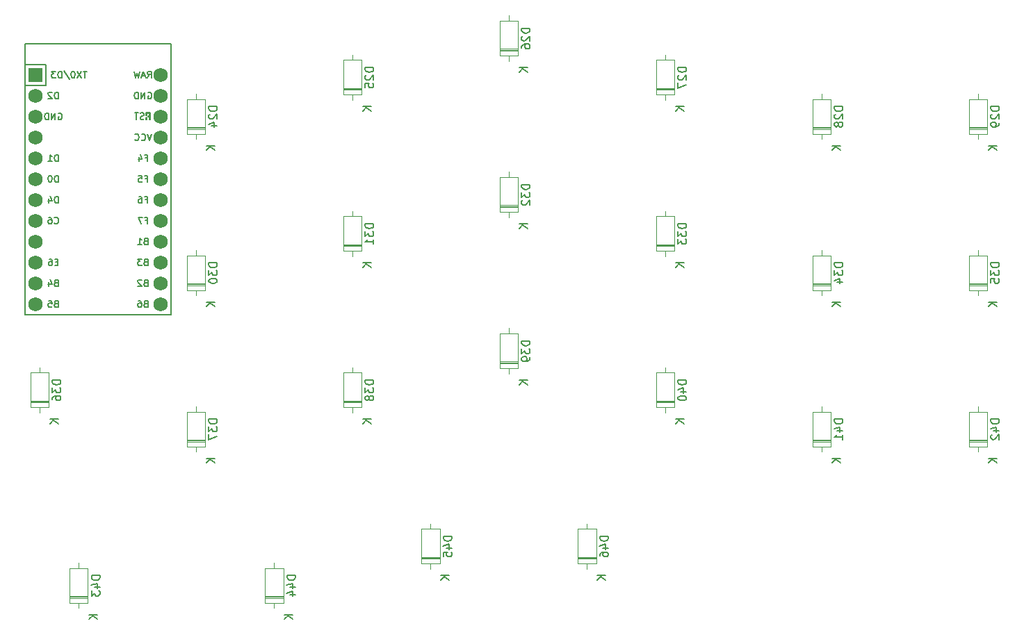
<source format=gbr>
%TF.GenerationSoftware,KiCad,Pcbnew,7.0.8*%
%TF.CreationDate,2023-11-03T19:22:55+09:00*%
%TF.ProjectId,scene46_right,7363656e-6534-4365-9f72-696768742e6b,rev?*%
%TF.SameCoordinates,Original*%
%TF.FileFunction,Legend,Bot*%
%TF.FilePolarity,Positive*%
%FSLAX46Y46*%
G04 Gerber Fmt 4.6, Leading zero omitted, Abs format (unit mm)*
G04 Created by KiCad (PCBNEW 7.0.8) date 2023-11-03 19:22:55*
%MOMM*%
%LPD*%
G01*
G04 APERTURE LIST*
%ADD10C,0.150000*%
%ADD11C,0.200000*%
%ADD12C,0.120000*%
%ADD13R,1.752600X1.752600*%
%ADD14C,1.752600*%
G04 APERTURE END LIST*
D10*
X87810934Y-64554497D02*
X87696648Y-64592592D01*
X87696648Y-64592592D02*
X87658553Y-64630688D01*
X87658553Y-64630688D02*
X87620457Y-64706878D01*
X87620457Y-64706878D02*
X87620457Y-64821164D01*
X87620457Y-64821164D02*
X87658553Y-64897354D01*
X87658553Y-64897354D02*
X87696648Y-64935450D01*
X87696648Y-64935450D02*
X87772838Y-64973545D01*
X87772838Y-64973545D02*
X88077600Y-64973545D01*
X88077600Y-64973545D02*
X88077600Y-64173545D01*
X88077600Y-64173545D02*
X87810934Y-64173545D01*
X87810934Y-64173545D02*
X87734743Y-64211640D01*
X87734743Y-64211640D02*
X87696648Y-64249735D01*
X87696648Y-64249735D02*
X87658553Y-64325926D01*
X87658553Y-64325926D02*
X87658553Y-64402116D01*
X87658553Y-64402116D02*
X87696648Y-64478307D01*
X87696648Y-64478307D02*
X87734743Y-64516402D01*
X87734743Y-64516402D02*
X87810934Y-64554497D01*
X87810934Y-64554497D02*
X88077600Y-64554497D01*
X86934743Y-64440211D02*
X86934743Y-64973545D01*
X87125219Y-64135450D02*
X87315696Y-64706878D01*
X87315696Y-64706878D02*
X86820457Y-64706878D01*
X99018648Y-41351640D02*
X99094838Y-41313545D01*
X99094838Y-41313545D02*
X99209124Y-41313545D01*
X99209124Y-41313545D02*
X99323410Y-41351640D01*
X99323410Y-41351640D02*
X99399600Y-41427830D01*
X99399600Y-41427830D02*
X99437695Y-41504021D01*
X99437695Y-41504021D02*
X99475791Y-41656402D01*
X99475791Y-41656402D02*
X99475791Y-41770688D01*
X99475791Y-41770688D02*
X99437695Y-41923069D01*
X99437695Y-41923069D02*
X99399600Y-41999259D01*
X99399600Y-41999259D02*
X99323410Y-42075450D01*
X99323410Y-42075450D02*
X99209124Y-42113545D01*
X99209124Y-42113545D02*
X99132933Y-42113545D01*
X99132933Y-42113545D02*
X99018648Y-42075450D01*
X99018648Y-42075450D02*
X98980552Y-42037354D01*
X98980552Y-42037354D02*
X98980552Y-41770688D01*
X98980552Y-41770688D02*
X99132933Y-41770688D01*
X98637695Y-42113545D02*
X98637695Y-41313545D01*
X98637695Y-41313545D02*
X98180552Y-42113545D01*
X98180552Y-42113545D02*
X98180552Y-41313545D01*
X97799600Y-42113545D02*
X97799600Y-41313545D01*
X97799600Y-41313545D02*
X97609124Y-41313545D01*
X97609124Y-41313545D02*
X97494838Y-41351640D01*
X97494838Y-41351640D02*
X97418648Y-41427830D01*
X97418648Y-41427830D02*
X97380553Y-41504021D01*
X97380553Y-41504021D02*
X97342457Y-41656402D01*
X97342457Y-41656402D02*
X97342457Y-41770688D01*
X97342457Y-41770688D02*
X97380553Y-41923069D01*
X97380553Y-41923069D02*
X97418648Y-41999259D01*
X97418648Y-41999259D02*
X97494838Y-42075450D01*
X97494838Y-42075450D02*
X97609124Y-42113545D01*
X97609124Y-42113545D02*
X97799600Y-42113545D01*
X98675791Y-56934497D02*
X98942457Y-56934497D01*
X98942457Y-57353545D02*
X98942457Y-56553545D01*
X98942457Y-56553545D02*
X98561505Y-56553545D01*
X98332934Y-56553545D02*
X97799600Y-56553545D01*
X97799600Y-56553545D02*
X98142458Y-57353545D01*
X87620457Y-57277354D02*
X87658553Y-57315450D01*
X87658553Y-57315450D02*
X87772838Y-57353545D01*
X87772838Y-57353545D02*
X87849029Y-57353545D01*
X87849029Y-57353545D02*
X87963315Y-57315450D01*
X87963315Y-57315450D02*
X88039505Y-57239259D01*
X88039505Y-57239259D02*
X88077600Y-57163069D01*
X88077600Y-57163069D02*
X88115696Y-57010688D01*
X88115696Y-57010688D02*
X88115696Y-56896402D01*
X88115696Y-56896402D02*
X88077600Y-56744021D01*
X88077600Y-56744021D02*
X88039505Y-56667830D01*
X88039505Y-56667830D02*
X87963315Y-56591640D01*
X87963315Y-56591640D02*
X87849029Y-56553545D01*
X87849029Y-56553545D02*
X87772838Y-56553545D01*
X87772838Y-56553545D02*
X87658553Y-56591640D01*
X87658553Y-56591640D02*
X87620457Y-56629735D01*
X86934743Y-56553545D02*
X87087124Y-56553545D01*
X87087124Y-56553545D02*
X87163315Y-56591640D01*
X87163315Y-56591640D02*
X87201410Y-56629735D01*
X87201410Y-56629735D02*
X87277600Y-56744021D01*
X87277600Y-56744021D02*
X87315696Y-56896402D01*
X87315696Y-56896402D02*
X87315696Y-57201164D01*
X87315696Y-57201164D02*
X87277600Y-57277354D01*
X87277600Y-57277354D02*
X87239505Y-57315450D01*
X87239505Y-57315450D02*
X87163315Y-57353545D01*
X87163315Y-57353545D02*
X87010934Y-57353545D01*
X87010934Y-57353545D02*
X86934743Y-57315450D01*
X86934743Y-57315450D02*
X86896648Y-57277354D01*
X86896648Y-57277354D02*
X86858553Y-57201164D01*
X86858553Y-57201164D02*
X86858553Y-57010688D01*
X86858553Y-57010688D02*
X86896648Y-56934497D01*
X86896648Y-56934497D02*
X86934743Y-56896402D01*
X86934743Y-56896402D02*
X87010934Y-56858307D01*
X87010934Y-56858307D02*
X87163315Y-56858307D01*
X87163315Y-56858307D02*
X87239505Y-56896402D01*
X87239505Y-56896402D02*
X87277600Y-56934497D01*
X87277600Y-56934497D02*
X87315696Y-57010688D01*
X98961505Y-39573545D02*
X99228172Y-39192592D01*
X99418648Y-39573545D02*
X99418648Y-38773545D01*
X99418648Y-38773545D02*
X99113886Y-38773545D01*
X99113886Y-38773545D02*
X99037696Y-38811640D01*
X99037696Y-38811640D02*
X98999601Y-38849735D01*
X98999601Y-38849735D02*
X98961505Y-38925926D01*
X98961505Y-38925926D02*
X98961505Y-39040211D01*
X98961505Y-39040211D02*
X98999601Y-39116402D01*
X98999601Y-39116402D02*
X99037696Y-39154497D01*
X99037696Y-39154497D02*
X99113886Y-39192592D01*
X99113886Y-39192592D02*
X99418648Y-39192592D01*
X98656744Y-39344973D02*
X98275791Y-39344973D01*
X98732934Y-39573545D02*
X98466267Y-38773545D01*
X98466267Y-38773545D02*
X98199601Y-39573545D01*
X98009125Y-38773545D02*
X97818649Y-39573545D01*
X97818649Y-39573545D02*
X97666268Y-39002116D01*
X97666268Y-39002116D02*
X97513887Y-39573545D01*
X97513887Y-39573545D02*
X97323411Y-38773545D01*
X98732934Y-67094497D02*
X98618648Y-67132592D01*
X98618648Y-67132592D02*
X98580553Y-67170688D01*
X98580553Y-67170688D02*
X98542457Y-67246878D01*
X98542457Y-67246878D02*
X98542457Y-67361164D01*
X98542457Y-67361164D02*
X98580553Y-67437354D01*
X98580553Y-67437354D02*
X98618648Y-67475450D01*
X98618648Y-67475450D02*
X98694838Y-67513545D01*
X98694838Y-67513545D02*
X98999600Y-67513545D01*
X98999600Y-67513545D02*
X98999600Y-66713545D01*
X98999600Y-66713545D02*
X98732934Y-66713545D01*
X98732934Y-66713545D02*
X98656743Y-66751640D01*
X98656743Y-66751640D02*
X98618648Y-66789735D01*
X98618648Y-66789735D02*
X98580553Y-66865926D01*
X98580553Y-66865926D02*
X98580553Y-66942116D01*
X98580553Y-66942116D02*
X98618648Y-67018307D01*
X98618648Y-67018307D02*
X98656743Y-67056402D01*
X98656743Y-67056402D02*
X98732934Y-67094497D01*
X98732934Y-67094497D02*
X98999600Y-67094497D01*
X97856743Y-66713545D02*
X98009124Y-66713545D01*
X98009124Y-66713545D02*
X98085315Y-66751640D01*
X98085315Y-66751640D02*
X98123410Y-66789735D01*
X98123410Y-66789735D02*
X98199600Y-66904021D01*
X98199600Y-66904021D02*
X98237696Y-67056402D01*
X98237696Y-67056402D02*
X98237696Y-67361164D01*
X98237696Y-67361164D02*
X98199600Y-67437354D01*
X98199600Y-67437354D02*
X98161505Y-67475450D01*
X98161505Y-67475450D02*
X98085315Y-67513545D01*
X98085315Y-67513545D02*
X97932934Y-67513545D01*
X97932934Y-67513545D02*
X97856743Y-67475450D01*
X97856743Y-67475450D02*
X97818648Y-67437354D01*
X97818648Y-67437354D02*
X97780553Y-67361164D01*
X97780553Y-67361164D02*
X97780553Y-67170688D01*
X97780553Y-67170688D02*
X97818648Y-67094497D01*
X97818648Y-67094497D02*
X97856743Y-67056402D01*
X97856743Y-67056402D02*
X97932934Y-67018307D01*
X97932934Y-67018307D02*
X98085315Y-67018307D01*
X98085315Y-67018307D02*
X98161505Y-67056402D01*
X98161505Y-67056402D02*
X98199600Y-67094497D01*
X98199600Y-67094497D02*
X98237696Y-67170688D01*
X98675791Y-51854497D02*
X98942457Y-51854497D01*
X98942457Y-52273545D02*
X98942457Y-51473545D01*
X98942457Y-51473545D02*
X98561505Y-51473545D01*
X97875791Y-51473545D02*
X98256743Y-51473545D01*
X98256743Y-51473545D02*
X98294839Y-51854497D01*
X98294839Y-51854497D02*
X98256743Y-51816402D01*
X98256743Y-51816402D02*
X98180553Y-51778307D01*
X98180553Y-51778307D02*
X97990077Y-51778307D01*
X97990077Y-51778307D02*
X97913886Y-51816402D01*
X97913886Y-51816402D02*
X97875791Y-51854497D01*
X97875791Y-51854497D02*
X97837696Y-51930688D01*
X97837696Y-51930688D02*
X97837696Y-52121164D01*
X97837696Y-52121164D02*
X97875791Y-52197354D01*
X97875791Y-52197354D02*
X97913886Y-52235450D01*
X97913886Y-52235450D02*
X97990077Y-52273545D01*
X97990077Y-52273545D02*
X98180553Y-52273545D01*
X98180553Y-52273545D02*
X98256743Y-52235450D01*
X98256743Y-52235450D02*
X98294839Y-52197354D01*
X98732934Y-59474497D02*
X98618648Y-59512592D01*
X98618648Y-59512592D02*
X98580553Y-59550688D01*
X98580553Y-59550688D02*
X98542457Y-59626878D01*
X98542457Y-59626878D02*
X98542457Y-59741164D01*
X98542457Y-59741164D02*
X98580553Y-59817354D01*
X98580553Y-59817354D02*
X98618648Y-59855450D01*
X98618648Y-59855450D02*
X98694838Y-59893545D01*
X98694838Y-59893545D02*
X98999600Y-59893545D01*
X98999600Y-59893545D02*
X98999600Y-59093545D01*
X98999600Y-59093545D02*
X98732934Y-59093545D01*
X98732934Y-59093545D02*
X98656743Y-59131640D01*
X98656743Y-59131640D02*
X98618648Y-59169735D01*
X98618648Y-59169735D02*
X98580553Y-59245926D01*
X98580553Y-59245926D02*
X98580553Y-59322116D01*
X98580553Y-59322116D02*
X98618648Y-59398307D01*
X98618648Y-59398307D02*
X98656743Y-59436402D01*
X98656743Y-59436402D02*
X98732934Y-59474497D01*
X98732934Y-59474497D02*
X98999600Y-59474497D01*
X97780553Y-59893545D02*
X98237696Y-59893545D01*
X98009124Y-59893545D02*
X98009124Y-59093545D01*
X98009124Y-59093545D02*
X98085315Y-59207830D01*
X98085315Y-59207830D02*
X98161505Y-59284021D01*
X98161505Y-59284021D02*
X98237696Y-59322116D01*
X98732934Y-64554497D02*
X98618648Y-64592592D01*
X98618648Y-64592592D02*
X98580553Y-64630688D01*
X98580553Y-64630688D02*
X98542457Y-64706878D01*
X98542457Y-64706878D02*
X98542457Y-64821164D01*
X98542457Y-64821164D02*
X98580553Y-64897354D01*
X98580553Y-64897354D02*
X98618648Y-64935450D01*
X98618648Y-64935450D02*
X98694838Y-64973545D01*
X98694838Y-64973545D02*
X98999600Y-64973545D01*
X98999600Y-64973545D02*
X98999600Y-64173545D01*
X98999600Y-64173545D02*
X98732934Y-64173545D01*
X98732934Y-64173545D02*
X98656743Y-64211640D01*
X98656743Y-64211640D02*
X98618648Y-64249735D01*
X98618648Y-64249735D02*
X98580553Y-64325926D01*
X98580553Y-64325926D02*
X98580553Y-64402116D01*
X98580553Y-64402116D02*
X98618648Y-64478307D01*
X98618648Y-64478307D02*
X98656743Y-64516402D01*
X98656743Y-64516402D02*
X98732934Y-64554497D01*
X98732934Y-64554497D02*
X98999600Y-64554497D01*
X98237696Y-64249735D02*
X98199600Y-64211640D01*
X98199600Y-64211640D02*
X98123410Y-64173545D01*
X98123410Y-64173545D02*
X97932934Y-64173545D01*
X97932934Y-64173545D02*
X97856743Y-64211640D01*
X97856743Y-64211640D02*
X97818648Y-64249735D01*
X97818648Y-64249735D02*
X97780553Y-64325926D01*
X97780553Y-64325926D02*
X97780553Y-64402116D01*
X97780553Y-64402116D02*
X97818648Y-64516402D01*
X97818648Y-64516402D02*
X98275791Y-64973545D01*
X98275791Y-64973545D02*
X97780553Y-64973545D01*
X98675791Y-49314497D02*
X98942457Y-49314497D01*
X98942457Y-49733545D02*
X98942457Y-48933545D01*
X98942457Y-48933545D02*
X98561505Y-48933545D01*
X97913886Y-49200211D02*
X97913886Y-49733545D01*
X98104362Y-48895450D02*
X98294839Y-49466878D01*
X98294839Y-49466878D02*
X97799600Y-49466878D01*
X87810934Y-67094497D02*
X87696648Y-67132592D01*
X87696648Y-67132592D02*
X87658553Y-67170688D01*
X87658553Y-67170688D02*
X87620457Y-67246878D01*
X87620457Y-67246878D02*
X87620457Y-67361164D01*
X87620457Y-67361164D02*
X87658553Y-67437354D01*
X87658553Y-67437354D02*
X87696648Y-67475450D01*
X87696648Y-67475450D02*
X87772838Y-67513545D01*
X87772838Y-67513545D02*
X88077600Y-67513545D01*
X88077600Y-67513545D02*
X88077600Y-66713545D01*
X88077600Y-66713545D02*
X87810934Y-66713545D01*
X87810934Y-66713545D02*
X87734743Y-66751640D01*
X87734743Y-66751640D02*
X87696648Y-66789735D01*
X87696648Y-66789735D02*
X87658553Y-66865926D01*
X87658553Y-66865926D02*
X87658553Y-66942116D01*
X87658553Y-66942116D02*
X87696648Y-67018307D01*
X87696648Y-67018307D02*
X87734743Y-67056402D01*
X87734743Y-67056402D02*
X87810934Y-67094497D01*
X87810934Y-67094497D02*
X88077600Y-67094497D01*
X86896648Y-66713545D02*
X87277600Y-66713545D01*
X87277600Y-66713545D02*
X87315696Y-67094497D01*
X87315696Y-67094497D02*
X87277600Y-67056402D01*
X87277600Y-67056402D02*
X87201410Y-67018307D01*
X87201410Y-67018307D02*
X87010934Y-67018307D01*
X87010934Y-67018307D02*
X86934743Y-67056402D01*
X86934743Y-67056402D02*
X86896648Y-67094497D01*
X86896648Y-67094497D02*
X86858553Y-67170688D01*
X86858553Y-67170688D02*
X86858553Y-67361164D01*
X86858553Y-67361164D02*
X86896648Y-67437354D01*
X86896648Y-67437354D02*
X86934743Y-67475450D01*
X86934743Y-67475450D02*
X87010934Y-67513545D01*
X87010934Y-67513545D02*
X87201410Y-67513545D01*
X87201410Y-67513545D02*
X87277600Y-67475450D01*
X87277600Y-67475450D02*
X87315696Y-67437354D01*
X91566729Y-38773545D02*
X91109586Y-38773545D01*
X91338158Y-39573545D02*
X91338158Y-38773545D01*
X90919110Y-38773545D02*
X90385776Y-39573545D01*
X90385776Y-38773545D02*
X90919110Y-39573545D01*
X89928633Y-38773545D02*
X89852443Y-38773545D01*
X89852443Y-38773545D02*
X89776252Y-38811640D01*
X89776252Y-38811640D02*
X89738157Y-38849735D01*
X89738157Y-38849735D02*
X89700062Y-38925926D01*
X89700062Y-38925926D02*
X89661967Y-39078307D01*
X89661967Y-39078307D02*
X89661967Y-39268783D01*
X89661967Y-39268783D02*
X89700062Y-39421164D01*
X89700062Y-39421164D02*
X89738157Y-39497354D01*
X89738157Y-39497354D02*
X89776252Y-39535450D01*
X89776252Y-39535450D02*
X89852443Y-39573545D01*
X89852443Y-39573545D02*
X89928633Y-39573545D01*
X89928633Y-39573545D02*
X90004824Y-39535450D01*
X90004824Y-39535450D02*
X90042919Y-39497354D01*
X90042919Y-39497354D02*
X90081014Y-39421164D01*
X90081014Y-39421164D02*
X90119110Y-39268783D01*
X90119110Y-39268783D02*
X90119110Y-39078307D01*
X90119110Y-39078307D02*
X90081014Y-38925926D01*
X90081014Y-38925926D02*
X90042919Y-38849735D01*
X90042919Y-38849735D02*
X90004824Y-38811640D01*
X90004824Y-38811640D02*
X89928633Y-38773545D01*
X88747681Y-38735450D02*
X89433395Y-39764021D01*
X88481014Y-39573545D02*
X88481014Y-38773545D01*
X88481014Y-38773545D02*
X88290538Y-38773545D01*
X88290538Y-38773545D02*
X88176252Y-38811640D01*
X88176252Y-38811640D02*
X88100062Y-38887830D01*
X88100062Y-38887830D02*
X88061967Y-38964021D01*
X88061967Y-38964021D02*
X88023871Y-39116402D01*
X88023871Y-39116402D02*
X88023871Y-39230688D01*
X88023871Y-39230688D02*
X88061967Y-39383069D01*
X88061967Y-39383069D02*
X88100062Y-39459259D01*
X88100062Y-39459259D02*
X88176252Y-39535450D01*
X88176252Y-39535450D02*
X88290538Y-39573545D01*
X88290538Y-39573545D02*
X88481014Y-39573545D01*
X87757205Y-38773545D02*
X87261967Y-38773545D01*
X87261967Y-38773545D02*
X87528633Y-39078307D01*
X87528633Y-39078307D02*
X87414348Y-39078307D01*
X87414348Y-39078307D02*
X87338157Y-39116402D01*
X87338157Y-39116402D02*
X87300062Y-39154497D01*
X87300062Y-39154497D02*
X87261967Y-39230688D01*
X87261967Y-39230688D02*
X87261967Y-39421164D01*
X87261967Y-39421164D02*
X87300062Y-39497354D01*
X87300062Y-39497354D02*
X87338157Y-39535450D01*
X87338157Y-39535450D02*
X87414348Y-39573545D01*
X87414348Y-39573545D02*
X87642919Y-39573545D01*
X87642919Y-39573545D02*
X87719110Y-39535450D01*
X87719110Y-39535450D02*
X87757205Y-39497354D01*
X88039505Y-62014497D02*
X87772839Y-62014497D01*
X87658553Y-62433545D02*
X88039505Y-62433545D01*
X88039505Y-62433545D02*
X88039505Y-61633545D01*
X88039505Y-61633545D02*
X87658553Y-61633545D01*
X86972838Y-61633545D02*
X87125219Y-61633545D01*
X87125219Y-61633545D02*
X87201410Y-61671640D01*
X87201410Y-61671640D02*
X87239505Y-61709735D01*
X87239505Y-61709735D02*
X87315695Y-61824021D01*
X87315695Y-61824021D02*
X87353791Y-61976402D01*
X87353791Y-61976402D02*
X87353791Y-62281164D01*
X87353791Y-62281164D02*
X87315695Y-62357354D01*
X87315695Y-62357354D02*
X87277600Y-62395450D01*
X87277600Y-62395450D02*
X87201410Y-62433545D01*
X87201410Y-62433545D02*
X87049029Y-62433545D01*
X87049029Y-62433545D02*
X86972838Y-62395450D01*
X86972838Y-62395450D02*
X86934743Y-62357354D01*
X86934743Y-62357354D02*
X86896648Y-62281164D01*
X86896648Y-62281164D02*
X86896648Y-62090688D01*
X86896648Y-62090688D02*
X86934743Y-62014497D01*
X86934743Y-62014497D02*
X86972838Y-61976402D01*
X86972838Y-61976402D02*
X87049029Y-61938307D01*
X87049029Y-61938307D02*
X87201410Y-61938307D01*
X87201410Y-61938307D02*
X87277600Y-61976402D01*
X87277600Y-61976402D02*
X87315695Y-62014497D01*
X87315695Y-62014497D02*
X87353791Y-62090688D01*
X88077600Y-42113545D02*
X88077600Y-41313545D01*
X88077600Y-41313545D02*
X87887124Y-41313545D01*
X87887124Y-41313545D02*
X87772838Y-41351640D01*
X87772838Y-41351640D02*
X87696648Y-41427830D01*
X87696648Y-41427830D02*
X87658553Y-41504021D01*
X87658553Y-41504021D02*
X87620457Y-41656402D01*
X87620457Y-41656402D02*
X87620457Y-41770688D01*
X87620457Y-41770688D02*
X87658553Y-41923069D01*
X87658553Y-41923069D02*
X87696648Y-41999259D01*
X87696648Y-41999259D02*
X87772838Y-42075450D01*
X87772838Y-42075450D02*
X87887124Y-42113545D01*
X87887124Y-42113545D02*
X88077600Y-42113545D01*
X87315696Y-41389735D02*
X87277600Y-41351640D01*
X87277600Y-41351640D02*
X87201410Y-41313545D01*
X87201410Y-41313545D02*
X87010934Y-41313545D01*
X87010934Y-41313545D02*
X86934743Y-41351640D01*
X86934743Y-41351640D02*
X86896648Y-41389735D01*
X86896648Y-41389735D02*
X86858553Y-41465926D01*
X86858553Y-41465926D02*
X86858553Y-41542116D01*
X86858553Y-41542116D02*
X86896648Y-41656402D01*
X86896648Y-41656402D02*
X87353791Y-42113545D01*
X87353791Y-42113545D02*
X86858553Y-42113545D01*
X88077600Y-52273545D02*
X88077600Y-51473545D01*
X88077600Y-51473545D02*
X87887124Y-51473545D01*
X87887124Y-51473545D02*
X87772838Y-51511640D01*
X87772838Y-51511640D02*
X87696648Y-51587830D01*
X87696648Y-51587830D02*
X87658553Y-51664021D01*
X87658553Y-51664021D02*
X87620457Y-51816402D01*
X87620457Y-51816402D02*
X87620457Y-51930688D01*
X87620457Y-51930688D02*
X87658553Y-52083069D01*
X87658553Y-52083069D02*
X87696648Y-52159259D01*
X87696648Y-52159259D02*
X87772838Y-52235450D01*
X87772838Y-52235450D02*
X87887124Y-52273545D01*
X87887124Y-52273545D02*
X88077600Y-52273545D01*
X87125219Y-51473545D02*
X87049029Y-51473545D01*
X87049029Y-51473545D02*
X86972838Y-51511640D01*
X86972838Y-51511640D02*
X86934743Y-51549735D01*
X86934743Y-51549735D02*
X86896648Y-51625926D01*
X86896648Y-51625926D02*
X86858553Y-51778307D01*
X86858553Y-51778307D02*
X86858553Y-51968783D01*
X86858553Y-51968783D02*
X86896648Y-52121164D01*
X86896648Y-52121164D02*
X86934743Y-52197354D01*
X86934743Y-52197354D02*
X86972838Y-52235450D01*
X86972838Y-52235450D02*
X87049029Y-52273545D01*
X87049029Y-52273545D02*
X87125219Y-52273545D01*
X87125219Y-52273545D02*
X87201410Y-52235450D01*
X87201410Y-52235450D02*
X87239505Y-52197354D01*
X87239505Y-52197354D02*
X87277600Y-52121164D01*
X87277600Y-52121164D02*
X87315696Y-51968783D01*
X87315696Y-51968783D02*
X87315696Y-51778307D01*
X87315696Y-51778307D02*
X87277600Y-51625926D01*
X87277600Y-51625926D02*
X87239505Y-51549735D01*
X87239505Y-51549735D02*
X87201410Y-51511640D01*
X87201410Y-51511640D02*
X87125219Y-51473545D01*
X88096648Y-43891640D02*
X88172838Y-43853545D01*
X88172838Y-43853545D02*
X88287124Y-43853545D01*
X88287124Y-43853545D02*
X88401410Y-43891640D01*
X88401410Y-43891640D02*
X88477600Y-43967830D01*
X88477600Y-43967830D02*
X88515695Y-44044021D01*
X88515695Y-44044021D02*
X88553791Y-44196402D01*
X88553791Y-44196402D02*
X88553791Y-44310688D01*
X88553791Y-44310688D02*
X88515695Y-44463069D01*
X88515695Y-44463069D02*
X88477600Y-44539259D01*
X88477600Y-44539259D02*
X88401410Y-44615450D01*
X88401410Y-44615450D02*
X88287124Y-44653545D01*
X88287124Y-44653545D02*
X88210933Y-44653545D01*
X88210933Y-44653545D02*
X88096648Y-44615450D01*
X88096648Y-44615450D02*
X88058552Y-44577354D01*
X88058552Y-44577354D02*
X88058552Y-44310688D01*
X88058552Y-44310688D02*
X88210933Y-44310688D01*
X87715695Y-44653545D02*
X87715695Y-43853545D01*
X87715695Y-43853545D02*
X87258552Y-44653545D01*
X87258552Y-44653545D02*
X87258552Y-43853545D01*
X86877600Y-44653545D02*
X86877600Y-43853545D01*
X86877600Y-43853545D02*
X86687124Y-43853545D01*
X86687124Y-43853545D02*
X86572838Y-43891640D01*
X86572838Y-43891640D02*
X86496648Y-43967830D01*
X86496648Y-43967830D02*
X86458553Y-44044021D01*
X86458553Y-44044021D02*
X86420457Y-44196402D01*
X86420457Y-44196402D02*
X86420457Y-44310688D01*
X86420457Y-44310688D02*
X86458553Y-44463069D01*
X86458553Y-44463069D02*
X86496648Y-44539259D01*
X86496648Y-44539259D02*
X86572838Y-44615450D01*
X86572838Y-44615450D02*
X86687124Y-44653545D01*
X86687124Y-44653545D02*
X86877600Y-44653545D01*
X88077600Y-54813545D02*
X88077600Y-54013545D01*
X88077600Y-54013545D02*
X87887124Y-54013545D01*
X87887124Y-54013545D02*
X87772838Y-54051640D01*
X87772838Y-54051640D02*
X87696648Y-54127830D01*
X87696648Y-54127830D02*
X87658553Y-54204021D01*
X87658553Y-54204021D02*
X87620457Y-54356402D01*
X87620457Y-54356402D02*
X87620457Y-54470688D01*
X87620457Y-54470688D02*
X87658553Y-54623069D01*
X87658553Y-54623069D02*
X87696648Y-54699259D01*
X87696648Y-54699259D02*
X87772838Y-54775450D01*
X87772838Y-54775450D02*
X87887124Y-54813545D01*
X87887124Y-54813545D02*
X88077600Y-54813545D01*
X86934743Y-54280211D02*
X86934743Y-54813545D01*
X87125219Y-53975450D02*
X87315696Y-54546878D01*
X87315696Y-54546878D02*
X86820457Y-54546878D01*
X98521458Y-44595450D02*
X98407172Y-44633545D01*
X98407172Y-44633545D02*
X98216696Y-44633545D01*
X98216696Y-44633545D02*
X98140505Y-44595450D01*
X98140505Y-44595450D02*
X98102410Y-44557354D01*
X98102410Y-44557354D02*
X98064315Y-44481164D01*
X98064315Y-44481164D02*
X98064315Y-44404973D01*
X98064315Y-44404973D02*
X98102410Y-44328783D01*
X98102410Y-44328783D02*
X98140505Y-44290688D01*
X98140505Y-44290688D02*
X98216696Y-44252592D01*
X98216696Y-44252592D02*
X98369077Y-44214497D01*
X98369077Y-44214497D02*
X98445267Y-44176402D01*
X98445267Y-44176402D02*
X98483362Y-44138307D01*
X98483362Y-44138307D02*
X98521458Y-44062116D01*
X98521458Y-44062116D02*
X98521458Y-43985926D01*
X98521458Y-43985926D02*
X98483362Y-43909735D01*
X98483362Y-43909735D02*
X98445267Y-43871640D01*
X98445267Y-43871640D02*
X98369077Y-43833545D01*
X98369077Y-43833545D02*
X98178600Y-43833545D01*
X98178600Y-43833545D02*
X98064315Y-43871640D01*
X97835743Y-43833545D02*
X97378600Y-43833545D01*
X97607172Y-44633545D02*
X97607172Y-43833545D01*
X99475791Y-46393545D02*
X99209124Y-47193545D01*
X99209124Y-47193545D02*
X98942458Y-46393545D01*
X98218648Y-47117354D02*
X98256744Y-47155450D01*
X98256744Y-47155450D02*
X98371029Y-47193545D01*
X98371029Y-47193545D02*
X98447220Y-47193545D01*
X98447220Y-47193545D02*
X98561506Y-47155450D01*
X98561506Y-47155450D02*
X98637696Y-47079259D01*
X98637696Y-47079259D02*
X98675791Y-47003069D01*
X98675791Y-47003069D02*
X98713887Y-46850688D01*
X98713887Y-46850688D02*
X98713887Y-46736402D01*
X98713887Y-46736402D02*
X98675791Y-46584021D01*
X98675791Y-46584021D02*
X98637696Y-46507830D01*
X98637696Y-46507830D02*
X98561506Y-46431640D01*
X98561506Y-46431640D02*
X98447220Y-46393545D01*
X98447220Y-46393545D02*
X98371029Y-46393545D01*
X98371029Y-46393545D02*
X98256744Y-46431640D01*
X98256744Y-46431640D02*
X98218648Y-46469735D01*
X97418648Y-47117354D02*
X97456744Y-47155450D01*
X97456744Y-47155450D02*
X97571029Y-47193545D01*
X97571029Y-47193545D02*
X97647220Y-47193545D01*
X97647220Y-47193545D02*
X97761506Y-47155450D01*
X97761506Y-47155450D02*
X97837696Y-47079259D01*
X97837696Y-47079259D02*
X97875791Y-47003069D01*
X97875791Y-47003069D02*
X97913887Y-46850688D01*
X97913887Y-46850688D02*
X97913887Y-46736402D01*
X97913887Y-46736402D02*
X97875791Y-46584021D01*
X97875791Y-46584021D02*
X97837696Y-46507830D01*
X97837696Y-46507830D02*
X97761506Y-46431640D01*
X97761506Y-46431640D02*
X97647220Y-46393545D01*
X97647220Y-46393545D02*
X97571029Y-46393545D01*
X97571029Y-46393545D02*
X97456744Y-46431640D01*
X97456744Y-46431640D02*
X97418648Y-46469735D01*
X98732934Y-62014497D02*
X98618648Y-62052592D01*
X98618648Y-62052592D02*
X98580553Y-62090688D01*
X98580553Y-62090688D02*
X98542457Y-62166878D01*
X98542457Y-62166878D02*
X98542457Y-62281164D01*
X98542457Y-62281164D02*
X98580553Y-62357354D01*
X98580553Y-62357354D02*
X98618648Y-62395450D01*
X98618648Y-62395450D02*
X98694838Y-62433545D01*
X98694838Y-62433545D02*
X98999600Y-62433545D01*
X98999600Y-62433545D02*
X98999600Y-61633545D01*
X98999600Y-61633545D02*
X98732934Y-61633545D01*
X98732934Y-61633545D02*
X98656743Y-61671640D01*
X98656743Y-61671640D02*
X98618648Y-61709735D01*
X98618648Y-61709735D02*
X98580553Y-61785926D01*
X98580553Y-61785926D02*
X98580553Y-61862116D01*
X98580553Y-61862116D02*
X98618648Y-61938307D01*
X98618648Y-61938307D02*
X98656743Y-61976402D01*
X98656743Y-61976402D02*
X98732934Y-62014497D01*
X98732934Y-62014497D02*
X98999600Y-62014497D01*
X98275791Y-61633545D02*
X97780553Y-61633545D01*
X97780553Y-61633545D02*
X98047219Y-61938307D01*
X98047219Y-61938307D02*
X97932934Y-61938307D01*
X97932934Y-61938307D02*
X97856743Y-61976402D01*
X97856743Y-61976402D02*
X97818648Y-62014497D01*
X97818648Y-62014497D02*
X97780553Y-62090688D01*
X97780553Y-62090688D02*
X97780553Y-62281164D01*
X97780553Y-62281164D02*
X97818648Y-62357354D01*
X97818648Y-62357354D02*
X97856743Y-62395450D01*
X97856743Y-62395450D02*
X97932934Y-62433545D01*
X97932934Y-62433545D02*
X98161505Y-62433545D01*
X98161505Y-62433545D02*
X98237696Y-62395450D01*
X98237696Y-62395450D02*
X98275791Y-62357354D01*
X88077600Y-49733545D02*
X88077600Y-48933545D01*
X88077600Y-48933545D02*
X87887124Y-48933545D01*
X87887124Y-48933545D02*
X87772838Y-48971640D01*
X87772838Y-48971640D02*
X87696648Y-49047830D01*
X87696648Y-49047830D02*
X87658553Y-49124021D01*
X87658553Y-49124021D02*
X87620457Y-49276402D01*
X87620457Y-49276402D02*
X87620457Y-49390688D01*
X87620457Y-49390688D02*
X87658553Y-49543069D01*
X87658553Y-49543069D02*
X87696648Y-49619259D01*
X87696648Y-49619259D02*
X87772838Y-49695450D01*
X87772838Y-49695450D02*
X87887124Y-49733545D01*
X87887124Y-49733545D02*
X88077600Y-49733545D01*
X86858553Y-49733545D02*
X87315696Y-49733545D01*
X87087124Y-49733545D02*
X87087124Y-48933545D01*
X87087124Y-48933545D02*
X87163315Y-49047830D01*
X87163315Y-49047830D02*
X87239505Y-49124021D01*
X87239505Y-49124021D02*
X87315696Y-49162116D01*
X98675791Y-54394497D02*
X98942457Y-54394497D01*
X98942457Y-54813545D02*
X98942457Y-54013545D01*
X98942457Y-54013545D02*
X98561505Y-54013545D01*
X97913886Y-54013545D02*
X98066267Y-54013545D01*
X98066267Y-54013545D02*
X98142458Y-54051640D01*
X98142458Y-54051640D02*
X98180553Y-54089735D01*
X98180553Y-54089735D02*
X98256743Y-54204021D01*
X98256743Y-54204021D02*
X98294839Y-54356402D01*
X98294839Y-54356402D02*
X98294839Y-54661164D01*
X98294839Y-54661164D02*
X98256743Y-54737354D01*
X98256743Y-54737354D02*
X98218648Y-54775450D01*
X98218648Y-54775450D02*
X98142458Y-54813545D01*
X98142458Y-54813545D02*
X97990077Y-54813545D01*
X97990077Y-54813545D02*
X97913886Y-54775450D01*
X97913886Y-54775450D02*
X97875791Y-54737354D01*
X97875791Y-54737354D02*
X97837696Y-54661164D01*
X97837696Y-54661164D02*
X97837696Y-54470688D01*
X97837696Y-54470688D02*
X97875791Y-54394497D01*
X97875791Y-54394497D02*
X97913886Y-54356402D01*
X97913886Y-54356402D02*
X97990077Y-54318307D01*
X97990077Y-54318307D02*
X98142458Y-54318307D01*
X98142458Y-54318307D02*
X98218648Y-54356402D01*
X98218648Y-54356402D02*
X98256743Y-54394497D01*
X98256743Y-54394497D02*
X98294839Y-54470688D01*
X116954194Y-100226964D02*
X115954194Y-100226964D01*
X115954194Y-100226964D02*
X115954194Y-100465059D01*
X115954194Y-100465059D02*
X116001813Y-100607916D01*
X116001813Y-100607916D02*
X116097051Y-100703154D01*
X116097051Y-100703154D02*
X116192289Y-100750773D01*
X116192289Y-100750773D02*
X116382765Y-100798392D01*
X116382765Y-100798392D02*
X116525622Y-100798392D01*
X116525622Y-100798392D02*
X116716098Y-100750773D01*
X116716098Y-100750773D02*
X116811336Y-100703154D01*
X116811336Y-100703154D02*
X116906575Y-100607916D01*
X116906575Y-100607916D02*
X116954194Y-100465059D01*
X116954194Y-100465059D02*
X116954194Y-100226964D01*
X116287527Y-101655535D02*
X116954194Y-101655535D01*
X115906575Y-101417440D02*
X116620860Y-101179345D01*
X116620860Y-101179345D02*
X116620860Y-101798392D01*
X116287527Y-102607916D02*
X116954194Y-102607916D01*
X115906575Y-102369821D02*
X116620860Y-102131726D01*
X116620860Y-102131726D02*
X116620860Y-102750773D01*
X116634194Y-104989345D02*
X115634194Y-104989345D01*
X116634194Y-105560773D02*
X116062765Y-105132202D01*
X115634194Y-105560773D02*
X116205622Y-104989345D01*
X145529194Y-33551964D02*
X144529194Y-33551964D01*
X144529194Y-33551964D02*
X144529194Y-33790059D01*
X144529194Y-33790059D02*
X144576813Y-33932916D01*
X144576813Y-33932916D02*
X144672051Y-34028154D01*
X144672051Y-34028154D02*
X144767289Y-34075773D01*
X144767289Y-34075773D02*
X144957765Y-34123392D01*
X144957765Y-34123392D02*
X145100622Y-34123392D01*
X145100622Y-34123392D02*
X145291098Y-34075773D01*
X145291098Y-34075773D02*
X145386336Y-34028154D01*
X145386336Y-34028154D02*
X145481575Y-33932916D01*
X145481575Y-33932916D02*
X145529194Y-33790059D01*
X145529194Y-33790059D02*
X145529194Y-33551964D01*
X144624432Y-34504345D02*
X144576813Y-34551964D01*
X144576813Y-34551964D02*
X144529194Y-34647202D01*
X144529194Y-34647202D02*
X144529194Y-34885297D01*
X144529194Y-34885297D02*
X144576813Y-34980535D01*
X144576813Y-34980535D02*
X144624432Y-35028154D01*
X144624432Y-35028154D02*
X144719670Y-35075773D01*
X144719670Y-35075773D02*
X144814908Y-35075773D01*
X144814908Y-35075773D02*
X144957765Y-35028154D01*
X144957765Y-35028154D02*
X145529194Y-34456726D01*
X145529194Y-34456726D02*
X145529194Y-35075773D01*
X144529194Y-35932916D02*
X144529194Y-35742440D01*
X144529194Y-35742440D02*
X144576813Y-35647202D01*
X144576813Y-35647202D02*
X144624432Y-35599583D01*
X144624432Y-35599583D02*
X144767289Y-35504345D01*
X144767289Y-35504345D02*
X144957765Y-35456726D01*
X144957765Y-35456726D02*
X145338717Y-35456726D01*
X145338717Y-35456726D02*
X145433955Y-35504345D01*
X145433955Y-35504345D02*
X145481575Y-35551964D01*
X145481575Y-35551964D02*
X145529194Y-35647202D01*
X145529194Y-35647202D02*
X145529194Y-35837678D01*
X145529194Y-35837678D02*
X145481575Y-35932916D01*
X145481575Y-35932916D02*
X145433955Y-35980535D01*
X145433955Y-35980535D02*
X145338717Y-36028154D01*
X145338717Y-36028154D02*
X145100622Y-36028154D01*
X145100622Y-36028154D02*
X145005384Y-35980535D01*
X145005384Y-35980535D02*
X144957765Y-35932916D01*
X144957765Y-35932916D02*
X144910146Y-35837678D01*
X144910146Y-35837678D02*
X144910146Y-35647202D01*
X144910146Y-35647202D02*
X144957765Y-35551964D01*
X144957765Y-35551964D02*
X145005384Y-35504345D01*
X145005384Y-35504345D02*
X145100622Y-35456726D01*
X145209194Y-38314345D02*
X144209194Y-38314345D01*
X145209194Y-38885773D02*
X144637765Y-38457202D01*
X144209194Y-38885773D02*
X144780622Y-38314345D01*
X183629194Y-43076964D02*
X182629194Y-43076964D01*
X182629194Y-43076964D02*
X182629194Y-43315059D01*
X182629194Y-43315059D02*
X182676813Y-43457916D01*
X182676813Y-43457916D02*
X182772051Y-43553154D01*
X182772051Y-43553154D02*
X182867289Y-43600773D01*
X182867289Y-43600773D02*
X183057765Y-43648392D01*
X183057765Y-43648392D02*
X183200622Y-43648392D01*
X183200622Y-43648392D02*
X183391098Y-43600773D01*
X183391098Y-43600773D02*
X183486336Y-43553154D01*
X183486336Y-43553154D02*
X183581575Y-43457916D01*
X183581575Y-43457916D02*
X183629194Y-43315059D01*
X183629194Y-43315059D02*
X183629194Y-43076964D01*
X182724432Y-44029345D02*
X182676813Y-44076964D01*
X182676813Y-44076964D02*
X182629194Y-44172202D01*
X182629194Y-44172202D02*
X182629194Y-44410297D01*
X182629194Y-44410297D02*
X182676813Y-44505535D01*
X182676813Y-44505535D02*
X182724432Y-44553154D01*
X182724432Y-44553154D02*
X182819670Y-44600773D01*
X182819670Y-44600773D02*
X182914908Y-44600773D01*
X182914908Y-44600773D02*
X183057765Y-44553154D01*
X183057765Y-44553154D02*
X183629194Y-43981726D01*
X183629194Y-43981726D02*
X183629194Y-44600773D01*
X183057765Y-45172202D02*
X183010146Y-45076964D01*
X183010146Y-45076964D02*
X182962527Y-45029345D01*
X182962527Y-45029345D02*
X182867289Y-44981726D01*
X182867289Y-44981726D02*
X182819670Y-44981726D01*
X182819670Y-44981726D02*
X182724432Y-45029345D01*
X182724432Y-45029345D02*
X182676813Y-45076964D01*
X182676813Y-45076964D02*
X182629194Y-45172202D01*
X182629194Y-45172202D02*
X182629194Y-45362678D01*
X182629194Y-45362678D02*
X182676813Y-45457916D01*
X182676813Y-45457916D02*
X182724432Y-45505535D01*
X182724432Y-45505535D02*
X182819670Y-45553154D01*
X182819670Y-45553154D02*
X182867289Y-45553154D01*
X182867289Y-45553154D02*
X182962527Y-45505535D01*
X182962527Y-45505535D02*
X183010146Y-45457916D01*
X183010146Y-45457916D02*
X183057765Y-45362678D01*
X183057765Y-45362678D02*
X183057765Y-45172202D01*
X183057765Y-45172202D02*
X183105384Y-45076964D01*
X183105384Y-45076964D02*
X183153003Y-45029345D01*
X183153003Y-45029345D02*
X183248241Y-44981726D01*
X183248241Y-44981726D02*
X183438717Y-44981726D01*
X183438717Y-44981726D02*
X183533955Y-45029345D01*
X183533955Y-45029345D02*
X183581575Y-45076964D01*
X183581575Y-45076964D02*
X183629194Y-45172202D01*
X183629194Y-45172202D02*
X183629194Y-45362678D01*
X183629194Y-45362678D02*
X183581575Y-45457916D01*
X183581575Y-45457916D02*
X183533955Y-45505535D01*
X183533955Y-45505535D02*
X183438717Y-45553154D01*
X183438717Y-45553154D02*
X183248241Y-45553154D01*
X183248241Y-45553154D02*
X183153003Y-45505535D01*
X183153003Y-45505535D02*
X183105384Y-45457916D01*
X183105384Y-45457916D02*
X183057765Y-45362678D01*
X183309194Y-47839345D02*
X182309194Y-47839345D01*
X183309194Y-48410773D02*
X182737765Y-47982202D01*
X182309194Y-48410773D02*
X182880622Y-47839345D01*
X126479194Y-38314464D02*
X125479194Y-38314464D01*
X125479194Y-38314464D02*
X125479194Y-38552559D01*
X125479194Y-38552559D02*
X125526813Y-38695416D01*
X125526813Y-38695416D02*
X125622051Y-38790654D01*
X125622051Y-38790654D02*
X125717289Y-38838273D01*
X125717289Y-38838273D02*
X125907765Y-38885892D01*
X125907765Y-38885892D02*
X126050622Y-38885892D01*
X126050622Y-38885892D02*
X126241098Y-38838273D01*
X126241098Y-38838273D02*
X126336336Y-38790654D01*
X126336336Y-38790654D02*
X126431575Y-38695416D01*
X126431575Y-38695416D02*
X126479194Y-38552559D01*
X126479194Y-38552559D02*
X126479194Y-38314464D01*
X125574432Y-39266845D02*
X125526813Y-39314464D01*
X125526813Y-39314464D02*
X125479194Y-39409702D01*
X125479194Y-39409702D02*
X125479194Y-39647797D01*
X125479194Y-39647797D02*
X125526813Y-39743035D01*
X125526813Y-39743035D02*
X125574432Y-39790654D01*
X125574432Y-39790654D02*
X125669670Y-39838273D01*
X125669670Y-39838273D02*
X125764908Y-39838273D01*
X125764908Y-39838273D02*
X125907765Y-39790654D01*
X125907765Y-39790654D02*
X126479194Y-39219226D01*
X126479194Y-39219226D02*
X126479194Y-39838273D01*
X125479194Y-40743035D02*
X125479194Y-40266845D01*
X125479194Y-40266845D02*
X125955384Y-40219226D01*
X125955384Y-40219226D02*
X125907765Y-40266845D01*
X125907765Y-40266845D02*
X125860146Y-40362083D01*
X125860146Y-40362083D02*
X125860146Y-40600178D01*
X125860146Y-40600178D02*
X125907765Y-40695416D01*
X125907765Y-40695416D02*
X125955384Y-40743035D01*
X125955384Y-40743035D02*
X126050622Y-40790654D01*
X126050622Y-40790654D02*
X126288717Y-40790654D01*
X126288717Y-40790654D02*
X126383955Y-40743035D01*
X126383955Y-40743035D02*
X126431575Y-40695416D01*
X126431575Y-40695416D02*
X126479194Y-40600178D01*
X126479194Y-40600178D02*
X126479194Y-40362083D01*
X126479194Y-40362083D02*
X126431575Y-40266845D01*
X126431575Y-40266845D02*
X126383955Y-40219226D01*
X126159194Y-43076845D02*
X125159194Y-43076845D01*
X126159194Y-43648273D02*
X125587765Y-43219702D01*
X125159194Y-43648273D02*
X125730622Y-43076845D01*
X202679194Y-62126964D02*
X201679194Y-62126964D01*
X201679194Y-62126964D02*
X201679194Y-62365059D01*
X201679194Y-62365059D02*
X201726813Y-62507916D01*
X201726813Y-62507916D02*
X201822051Y-62603154D01*
X201822051Y-62603154D02*
X201917289Y-62650773D01*
X201917289Y-62650773D02*
X202107765Y-62698392D01*
X202107765Y-62698392D02*
X202250622Y-62698392D01*
X202250622Y-62698392D02*
X202441098Y-62650773D01*
X202441098Y-62650773D02*
X202536336Y-62603154D01*
X202536336Y-62603154D02*
X202631575Y-62507916D01*
X202631575Y-62507916D02*
X202679194Y-62365059D01*
X202679194Y-62365059D02*
X202679194Y-62126964D01*
X201679194Y-63031726D02*
X201679194Y-63650773D01*
X201679194Y-63650773D02*
X202060146Y-63317440D01*
X202060146Y-63317440D02*
X202060146Y-63460297D01*
X202060146Y-63460297D02*
X202107765Y-63555535D01*
X202107765Y-63555535D02*
X202155384Y-63603154D01*
X202155384Y-63603154D02*
X202250622Y-63650773D01*
X202250622Y-63650773D02*
X202488717Y-63650773D01*
X202488717Y-63650773D02*
X202583955Y-63603154D01*
X202583955Y-63603154D02*
X202631575Y-63555535D01*
X202631575Y-63555535D02*
X202679194Y-63460297D01*
X202679194Y-63460297D02*
X202679194Y-63174583D01*
X202679194Y-63174583D02*
X202631575Y-63079345D01*
X202631575Y-63079345D02*
X202583955Y-63031726D01*
X201679194Y-64555535D02*
X201679194Y-64079345D01*
X201679194Y-64079345D02*
X202155384Y-64031726D01*
X202155384Y-64031726D02*
X202107765Y-64079345D01*
X202107765Y-64079345D02*
X202060146Y-64174583D01*
X202060146Y-64174583D02*
X202060146Y-64412678D01*
X202060146Y-64412678D02*
X202107765Y-64507916D01*
X202107765Y-64507916D02*
X202155384Y-64555535D01*
X202155384Y-64555535D02*
X202250622Y-64603154D01*
X202250622Y-64603154D02*
X202488717Y-64603154D01*
X202488717Y-64603154D02*
X202583955Y-64555535D01*
X202583955Y-64555535D02*
X202631575Y-64507916D01*
X202631575Y-64507916D02*
X202679194Y-64412678D01*
X202679194Y-64412678D02*
X202679194Y-64174583D01*
X202679194Y-64174583D02*
X202631575Y-64079345D01*
X202631575Y-64079345D02*
X202583955Y-64031726D01*
X202359194Y-66889345D02*
X201359194Y-66889345D01*
X202359194Y-67460773D02*
X201787765Y-67032202D01*
X201359194Y-67460773D02*
X201930622Y-66889345D01*
X164579194Y-38314464D02*
X163579194Y-38314464D01*
X163579194Y-38314464D02*
X163579194Y-38552559D01*
X163579194Y-38552559D02*
X163626813Y-38695416D01*
X163626813Y-38695416D02*
X163722051Y-38790654D01*
X163722051Y-38790654D02*
X163817289Y-38838273D01*
X163817289Y-38838273D02*
X164007765Y-38885892D01*
X164007765Y-38885892D02*
X164150622Y-38885892D01*
X164150622Y-38885892D02*
X164341098Y-38838273D01*
X164341098Y-38838273D02*
X164436336Y-38790654D01*
X164436336Y-38790654D02*
X164531575Y-38695416D01*
X164531575Y-38695416D02*
X164579194Y-38552559D01*
X164579194Y-38552559D02*
X164579194Y-38314464D01*
X163674432Y-39266845D02*
X163626813Y-39314464D01*
X163626813Y-39314464D02*
X163579194Y-39409702D01*
X163579194Y-39409702D02*
X163579194Y-39647797D01*
X163579194Y-39647797D02*
X163626813Y-39743035D01*
X163626813Y-39743035D02*
X163674432Y-39790654D01*
X163674432Y-39790654D02*
X163769670Y-39838273D01*
X163769670Y-39838273D02*
X163864908Y-39838273D01*
X163864908Y-39838273D02*
X164007765Y-39790654D01*
X164007765Y-39790654D02*
X164579194Y-39219226D01*
X164579194Y-39219226D02*
X164579194Y-39838273D01*
X163579194Y-40171607D02*
X163579194Y-40838273D01*
X163579194Y-40838273D02*
X164579194Y-40409702D01*
X164259194Y-43076845D02*
X163259194Y-43076845D01*
X164259194Y-43648273D02*
X163687765Y-43219702D01*
X163259194Y-43648273D02*
X163830622Y-43076845D01*
X183629194Y-62126964D02*
X182629194Y-62126964D01*
X182629194Y-62126964D02*
X182629194Y-62365059D01*
X182629194Y-62365059D02*
X182676813Y-62507916D01*
X182676813Y-62507916D02*
X182772051Y-62603154D01*
X182772051Y-62603154D02*
X182867289Y-62650773D01*
X182867289Y-62650773D02*
X183057765Y-62698392D01*
X183057765Y-62698392D02*
X183200622Y-62698392D01*
X183200622Y-62698392D02*
X183391098Y-62650773D01*
X183391098Y-62650773D02*
X183486336Y-62603154D01*
X183486336Y-62603154D02*
X183581575Y-62507916D01*
X183581575Y-62507916D02*
X183629194Y-62365059D01*
X183629194Y-62365059D02*
X183629194Y-62126964D01*
X182629194Y-63031726D02*
X182629194Y-63650773D01*
X182629194Y-63650773D02*
X183010146Y-63317440D01*
X183010146Y-63317440D02*
X183010146Y-63460297D01*
X183010146Y-63460297D02*
X183057765Y-63555535D01*
X183057765Y-63555535D02*
X183105384Y-63603154D01*
X183105384Y-63603154D02*
X183200622Y-63650773D01*
X183200622Y-63650773D02*
X183438717Y-63650773D01*
X183438717Y-63650773D02*
X183533955Y-63603154D01*
X183533955Y-63603154D02*
X183581575Y-63555535D01*
X183581575Y-63555535D02*
X183629194Y-63460297D01*
X183629194Y-63460297D02*
X183629194Y-63174583D01*
X183629194Y-63174583D02*
X183581575Y-63079345D01*
X183581575Y-63079345D02*
X183533955Y-63031726D01*
X182962527Y-64507916D02*
X183629194Y-64507916D01*
X182581575Y-64269821D02*
X183295860Y-64031726D01*
X183295860Y-64031726D02*
X183295860Y-64650773D01*
X183309194Y-66889345D02*
X182309194Y-66889345D01*
X183309194Y-67460773D02*
X182737765Y-67032202D01*
X182309194Y-67460773D02*
X182880622Y-66889345D01*
X136004194Y-95464464D02*
X135004194Y-95464464D01*
X135004194Y-95464464D02*
X135004194Y-95702559D01*
X135004194Y-95702559D02*
X135051813Y-95845416D01*
X135051813Y-95845416D02*
X135147051Y-95940654D01*
X135147051Y-95940654D02*
X135242289Y-95988273D01*
X135242289Y-95988273D02*
X135432765Y-96035892D01*
X135432765Y-96035892D02*
X135575622Y-96035892D01*
X135575622Y-96035892D02*
X135766098Y-95988273D01*
X135766098Y-95988273D02*
X135861336Y-95940654D01*
X135861336Y-95940654D02*
X135956575Y-95845416D01*
X135956575Y-95845416D02*
X136004194Y-95702559D01*
X136004194Y-95702559D02*
X136004194Y-95464464D01*
X135337527Y-96893035D02*
X136004194Y-96893035D01*
X134956575Y-96654940D02*
X135670860Y-96416845D01*
X135670860Y-96416845D02*
X135670860Y-97035892D01*
X135004194Y-97893035D02*
X135004194Y-97416845D01*
X135004194Y-97416845D02*
X135480384Y-97369226D01*
X135480384Y-97369226D02*
X135432765Y-97416845D01*
X135432765Y-97416845D02*
X135385146Y-97512083D01*
X135385146Y-97512083D02*
X135385146Y-97750178D01*
X135385146Y-97750178D02*
X135432765Y-97845416D01*
X135432765Y-97845416D02*
X135480384Y-97893035D01*
X135480384Y-97893035D02*
X135575622Y-97940654D01*
X135575622Y-97940654D02*
X135813717Y-97940654D01*
X135813717Y-97940654D02*
X135908955Y-97893035D01*
X135908955Y-97893035D02*
X135956575Y-97845416D01*
X135956575Y-97845416D02*
X136004194Y-97750178D01*
X136004194Y-97750178D02*
X136004194Y-97512083D01*
X136004194Y-97512083D02*
X135956575Y-97416845D01*
X135956575Y-97416845D02*
X135908955Y-97369226D01*
X135684194Y-100226845D02*
X134684194Y-100226845D01*
X135684194Y-100798273D02*
X135112765Y-100369702D01*
X134684194Y-100798273D02*
X135255622Y-100226845D01*
X145529194Y-71651964D02*
X144529194Y-71651964D01*
X144529194Y-71651964D02*
X144529194Y-71890059D01*
X144529194Y-71890059D02*
X144576813Y-72032916D01*
X144576813Y-72032916D02*
X144672051Y-72128154D01*
X144672051Y-72128154D02*
X144767289Y-72175773D01*
X144767289Y-72175773D02*
X144957765Y-72223392D01*
X144957765Y-72223392D02*
X145100622Y-72223392D01*
X145100622Y-72223392D02*
X145291098Y-72175773D01*
X145291098Y-72175773D02*
X145386336Y-72128154D01*
X145386336Y-72128154D02*
X145481575Y-72032916D01*
X145481575Y-72032916D02*
X145529194Y-71890059D01*
X145529194Y-71890059D02*
X145529194Y-71651964D01*
X144529194Y-72556726D02*
X144529194Y-73175773D01*
X144529194Y-73175773D02*
X144910146Y-72842440D01*
X144910146Y-72842440D02*
X144910146Y-72985297D01*
X144910146Y-72985297D02*
X144957765Y-73080535D01*
X144957765Y-73080535D02*
X145005384Y-73128154D01*
X145005384Y-73128154D02*
X145100622Y-73175773D01*
X145100622Y-73175773D02*
X145338717Y-73175773D01*
X145338717Y-73175773D02*
X145433955Y-73128154D01*
X145433955Y-73128154D02*
X145481575Y-73080535D01*
X145481575Y-73080535D02*
X145529194Y-72985297D01*
X145529194Y-72985297D02*
X145529194Y-72699583D01*
X145529194Y-72699583D02*
X145481575Y-72604345D01*
X145481575Y-72604345D02*
X145433955Y-72556726D01*
X145529194Y-73651964D02*
X145529194Y-73842440D01*
X145529194Y-73842440D02*
X145481575Y-73937678D01*
X145481575Y-73937678D02*
X145433955Y-73985297D01*
X145433955Y-73985297D02*
X145291098Y-74080535D01*
X145291098Y-74080535D02*
X145100622Y-74128154D01*
X145100622Y-74128154D02*
X144719670Y-74128154D01*
X144719670Y-74128154D02*
X144624432Y-74080535D01*
X144624432Y-74080535D02*
X144576813Y-74032916D01*
X144576813Y-74032916D02*
X144529194Y-73937678D01*
X144529194Y-73937678D02*
X144529194Y-73747202D01*
X144529194Y-73747202D02*
X144576813Y-73651964D01*
X144576813Y-73651964D02*
X144624432Y-73604345D01*
X144624432Y-73604345D02*
X144719670Y-73556726D01*
X144719670Y-73556726D02*
X144957765Y-73556726D01*
X144957765Y-73556726D02*
X145053003Y-73604345D01*
X145053003Y-73604345D02*
X145100622Y-73651964D01*
X145100622Y-73651964D02*
X145148241Y-73747202D01*
X145148241Y-73747202D02*
X145148241Y-73937678D01*
X145148241Y-73937678D02*
X145100622Y-74032916D01*
X145100622Y-74032916D02*
X145053003Y-74080535D01*
X145053003Y-74080535D02*
X144957765Y-74128154D01*
X145209194Y-76414345D02*
X144209194Y-76414345D01*
X145209194Y-76985773D02*
X144637765Y-76557202D01*
X144209194Y-76985773D02*
X144780622Y-76414345D01*
X107429194Y-81176964D02*
X106429194Y-81176964D01*
X106429194Y-81176964D02*
X106429194Y-81415059D01*
X106429194Y-81415059D02*
X106476813Y-81557916D01*
X106476813Y-81557916D02*
X106572051Y-81653154D01*
X106572051Y-81653154D02*
X106667289Y-81700773D01*
X106667289Y-81700773D02*
X106857765Y-81748392D01*
X106857765Y-81748392D02*
X107000622Y-81748392D01*
X107000622Y-81748392D02*
X107191098Y-81700773D01*
X107191098Y-81700773D02*
X107286336Y-81653154D01*
X107286336Y-81653154D02*
X107381575Y-81557916D01*
X107381575Y-81557916D02*
X107429194Y-81415059D01*
X107429194Y-81415059D02*
X107429194Y-81176964D01*
X106429194Y-82081726D02*
X106429194Y-82700773D01*
X106429194Y-82700773D02*
X106810146Y-82367440D01*
X106810146Y-82367440D02*
X106810146Y-82510297D01*
X106810146Y-82510297D02*
X106857765Y-82605535D01*
X106857765Y-82605535D02*
X106905384Y-82653154D01*
X106905384Y-82653154D02*
X107000622Y-82700773D01*
X107000622Y-82700773D02*
X107238717Y-82700773D01*
X107238717Y-82700773D02*
X107333955Y-82653154D01*
X107333955Y-82653154D02*
X107381575Y-82605535D01*
X107381575Y-82605535D02*
X107429194Y-82510297D01*
X107429194Y-82510297D02*
X107429194Y-82224583D01*
X107429194Y-82224583D02*
X107381575Y-82129345D01*
X107381575Y-82129345D02*
X107333955Y-82081726D01*
X106429194Y-83034107D02*
X106429194Y-83700773D01*
X106429194Y-83700773D02*
X107429194Y-83272202D01*
X107109194Y-85939345D02*
X106109194Y-85939345D01*
X107109194Y-86510773D02*
X106537765Y-86082202D01*
X106109194Y-86510773D02*
X106680622Y-85939345D01*
X155054194Y-95464464D02*
X154054194Y-95464464D01*
X154054194Y-95464464D02*
X154054194Y-95702559D01*
X154054194Y-95702559D02*
X154101813Y-95845416D01*
X154101813Y-95845416D02*
X154197051Y-95940654D01*
X154197051Y-95940654D02*
X154292289Y-95988273D01*
X154292289Y-95988273D02*
X154482765Y-96035892D01*
X154482765Y-96035892D02*
X154625622Y-96035892D01*
X154625622Y-96035892D02*
X154816098Y-95988273D01*
X154816098Y-95988273D02*
X154911336Y-95940654D01*
X154911336Y-95940654D02*
X155006575Y-95845416D01*
X155006575Y-95845416D02*
X155054194Y-95702559D01*
X155054194Y-95702559D02*
X155054194Y-95464464D01*
X154387527Y-96893035D02*
X155054194Y-96893035D01*
X154006575Y-96654940D02*
X154720860Y-96416845D01*
X154720860Y-96416845D02*
X154720860Y-97035892D01*
X154054194Y-97845416D02*
X154054194Y-97654940D01*
X154054194Y-97654940D02*
X154101813Y-97559702D01*
X154101813Y-97559702D02*
X154149432Y-97512083D01*
X154149432Y-97512083D02*
X154292289Y-97416845D01*
X154292289Y-97416845D02*
X154482765Y-97369226D01*
X154482765Y-97369226D02*
X154863717Y-97369226D01*
X154863717Y-97369226D02*
X154958955Y-97416845D01*
X154958955Y-97416845D02*
X155006575Y-97464464D01*
X155006575Y-97464464D02*
X155054194Y-97559702D01*
X155054194Y-97559702D02*
X155054194Y-97750178D01*
X155054194Y-97750178D02*
X155006575Y-97845416D01*
X155006575Y-97845416D02*
X154958955Y-97893035D01*
X154958955Y-97893035D02*
X154863717Y-97940654D01*
X154863717Y-97940654D02*
X154625622Y-97940654D01*
X154625622Y-97940654D02*
X154530384Y-97893035D01*
X154530384Y-97893035D02*
X154482765Y-97845416D01*
X154482765Y-97845416D02*
X154435146Y-97750178D01*
X154435146Y-97750178D02*
X154435146Y-97559702D01*
X154435146Y-97559702D02*
X154482765Y-97464464D01*
X154482765Y-97464464D02*
X154530384Y-97416845D01*
X154530384Y-97416845D02*
X154625622Y-97369226D01*
X154734194Y-100226845D02*
X153734194Y-100226845D01*
X154734194Y-100798273D02*
X154162765Y-100369702D01*
X153734194Y-100798273D02*
X154305622Y-100226845D01*
X164579194Y-76414464D02*
X163579194Y-76414464D01*
X163579194Y-76414464D02*
X163579194Y-76652559D01*
X163579194Y-76652559D02*
X163626813Y-76795416D01*
X163626813Y-76795416D02*
X163722051Y-76890654D01*
X163722051Y-76890654D02*
X163817289Y-76938273D01*
X163817289Y-76938273D02*
X164007765Y-76985892D01*
X164007765Y-76985892D02*
X164150622Y-76985892D01*
X164150622Y-76985892D02*
X164341098Y-76938273D01*
X164341098Y-76938273D02*
X164436336Y-76890654D01*
X164436336Y-76890654D02*
X164531575Y-76795416D01*
X164531575Y-76795416D02*
X164579194Y-76652559D01*
X164579194Y-76652559D02*
X164579194Y-76414464D01*
X163912527Y-77843035D02*
X164579194Y-77843035D01*
X163531575Y-77604940D02*
X164245860Y-77366845D01*
X164245860Y-77366845D02*
X164245860Y-77985892D01*
X163579194Y-78557321D02*
X163579194Y-78652559D01*
X163579194Y-78652559D02*
X163626813Y-78747797D01*
X163626813Y-78747797D02*
X163674432Y-78795416D01*
X163674432Y-78795416D02*
X163769670Y-78843035D01*
X163769670Y-78843035D02*
X163960146Y-78890654D01*
X163960146Y-78890654D02*
X164198241Y-78890654D01*
X164198241Y-78890654D02*
X164388717Y-78843035D01*
X164388717Y-78843035D02*
X164483955Y-78795416D01*
X164483955Y-78795416D02*
X164531575Y-78747797D01*
X164531575Y-78747797D02*
X164579194Y-78652559D01*
X164579194Y-78652559D02*
X164579194Y-78557321D01*
X164579194Y-78557321D02*
X164531575Y-78462083D01*
X164531575Y-78462083D02*
X164483955Y-78414464D01*
X164483955Y-78414464D02*
X164388717Y-78366845D01*
X164388717Y-78366845D02*
X164198241Y-78319226D01*
X164198241Y-78319226D02*
X163960146Y-78319226D01*
X163960146Y-78319226D02*
X163769670Y-78366845D01*
X163769670Y-78366845D02*
X163674432Y-78414464D01*
X163674432Y-78414464D02*
X163626813Y-78462083D01*
X163626813Y-78462083D02*
X163579194Y-78557321D01*
X164259194Y-81176845D02*
X163259194Y-81176845D01*
X164259194Y-81748273D02*
X163687765Y-81319702D01*
X163259194Y-81748273D02*
X163830622Y-81176845D01*
X126479194Y-57364464D02*
X125479194Y-57364464D01*
X125479194Y-57364464D02*
X125479194Y-57602559D01*
X125479194Y-57602559D02*
X125526813Y-57745416D01*
X125526813Y-57745416D02*
X125622051Y-57840654D01*
X125622051Y-57840654D02*
X125717289Y-57888273D01*
X125717289Y-57888273D02*
X125907765Y-57935892D01*
X125907765Y-57935892D02*
X126050622Y-57935892D01*
X126050622Y-57935892D02*
X126241098Y-57888273D01*
X126241098Y-57888273D02*
X126336336Y-57840654D01*
X126336336Y-57840654D02*
X126431575Y-57745416D01*
X126431575Y-57745416D02*
X126479194Y-57602559D01*
X126479194Y-57602559D02*
X126479194Y-57364464D01*
X125479194Y-58269226D02*
X125479194Y-58888273D01*
X125479194Y-58888273D02*
X125860146Y-58554940D01*
X125860146Y-58554940D02*
X125860146Y-58697797D01*
X125860146Y-58697797D02*
X125907765Y-58793035D01*
X125907765Y-58793035D02*
X125955384Y-58840654D01*
X125955384Y-58840654D02*
X126050622Y-58888273D01*
X126050622Y-58888273D02*
X126288717Y-58888273D01*
X126288717Y-58888273D02*
X126383955Y-58840654D01*
X126383955Y-58840654D02*
X126431575Y-58793035D01*
X126431575Y-58793035D02*
X126479194Y-58697797D01*
X126479194Y-58697797D02*
X126479194Y-58412083D01*
X126479194Y-58412083D02*
X126431575Y-58316845D01*
X126431575Y-58316845D02*
X126383955Y-58269226D01*
X126479194Y-59840654D02*
X126479194Y-59269226D01*
X126479194Y-59554940D02*
X125479194Y-59554940D01*
X125479194Y-59554940D02*
X125622051Y-59459702D01*
X125622051Y-59459702D02*
X125717289Y-59364464D01*
X125717289Y-59364464D02*
X125764908Y-59269226D01*
X126159194Y-62126845D02*
X125159194Y-62126845D01*
X126159194Y-62698273D02*
X125587765Y-62269702D01*
X125159194Y-62698273D02*
X125730622Y-62126845D01*
X202679194Y-81176964D02*
X201679194Y-81176964D01*
X201679194Y-81176964D02*
X201679194Y-81415059D01*
X201679194Y-81415059D02*
X201726813Y-81557916D01*
X201726813Y-81557916D02*
X201822051Y-81653154D01*
X201822051Y-81653154D02*
X201917289Y-81700773D01*
X201917289Y-81700773D02*
X202107765Y-81748392D01*
X202107765Y-81748392D02*
X202250622Y-81748392D01*
X202250622Y-81748392D02*
X202441098Y-81700773D01*
X202441098Y-81700773D02*
X202536336Y-81653154D01*
X202536336Y-81653154D02*
X202631575Y-81557916D01*
X202631575Y-81557916D02*
X202679194Y-81415059D01*
X202679194Y-81415059D02*
X202679194Y-81176964D01*
X202012527Y-82605535D02*
X202679194Y-82605535D01*
X201631575Y-82367440D02*
X202345860Y-82129345D01*
X202345860Y-82129345D02*
X202345860Y-82748392D01*
X201774432Y-83081726D02*
X201726813Y-83129345D01*
X201726813Y-83129345D02*
X201679194Y-83224583D01*
X201679194Y-83224583D02*
X201679194Y-83462678D01*
X201679194Y-83462678D02*
X201726813Y-83557916D01*
X201726813Y-83557916D02*
X201774432Y-83605535D01*
X201774432Y-83605535D02*
X201869670Y-83653154D01*
X201869670Y-83653154D02*
X201964908Y-83653154D01*
X201964908Y-83653154D02*
X202107765Y-83605535D01*
X202107765Y-83605535D02*
X202679194Y-83034107D01*
X202679194Y-83034107D02*
X202679194Y-83653154D01*
X202359194Y-85939345D02*
X201359194Y-85939345D01*
X202359194Y-86510773D02*
X201787765Y-86082202D01*
X201359194Y-86510773D02*
X201930622Y-85939345D01*
X88379194Y-76414464D02*
X87379194Y-76414464D01*
X87379194Y-76414464D02*
X87379194Y-76652559D01*
X87379194Y-76652559D02*
X87426813Y-76795416D01*
X87426813Y-76795416D02*
X87522051Y-76890654D01*
X87522051Y-76890654D02*
X87617289Y-76938273D01*
X87617289Y-76938273D02*
X87807765Y-76985892D01*
X87807765Y-76985892D02*
X87950622Y-76985892D01*
X87950622Y-76985892D02*
X88141098Y-76938273D01*
X88141098Y-76938273D02*
X88236336Y-76890654D01*
X88236336Y-76890654D02*
X88331575Y-76795416D01*
X88331575Y-76795416D02*
X88379194Y-76652559D01*
X88379194Y-76652559D02*
X88379194Y-76414464D01*
X87379194Y-77319226D02*
X87379194Y-77938273D01*
X87379194Y-77938273D02*
X87760146Y-77604940D01*
X87760146Y-77604940D02*
X87760146Y-77747797D01*
X87760146Y-77747797D02*
X87807765Y-77843035D01*
X87807765Y-77843035D02*
X87855384Y-77890654D01*
X87855384Y-77890654D02*
X87950622Y-77938273D01*
X87950622Y-77938273D02*
X88188717Y-77938273D01*
X88188717Y-77938273D02*
X88283955Y-77890654D01*
X88283955Y-77890654D02*
X88331575Y-77843035D01*
X88331575Y-77843035D02*
X88379194Y-77747797D01*
X88379194Y-77747797D02*
X88379194Y-77462083D01*
X88379194Y-77462083D02*
X88331575Y-77366845D01*
X88331575Y-77366845D02*
X88283955Y-77319226D01*
X87379194Y-78795416D02*
X87379194Y-78604940D01*
X87379194Y-78604940D02*
X87426813Y-78509702D01*
X87426813Y-78509702D02*
X87474432Y-78462083D01*
X87474432Y-78462083D02*
X87617289Y-78366845D01*
X87617289Y-78366845D02*
X87807765Y-78319226D01*
X87807765Y-78319226D02*
X88188717Y-78319226D01*
X88188717Y-78319226D02*
X88283955Y-78366845D01*
X88283955Y-78366845D02*
X88331575Y-78414464D01*
X88331575Y-78414464D02*
X88379194Y-78509702D01*
X88379194Y-78509702D02*
X88379194Y-78700178D01*
X88379194Y-78700178D02*
X88331575Y-78795416D01*
X88331575Y-78795416D02*
X88283955Y-78843035D01*
X88283955Y-78843035D02*
X88188717Y-78890654D01*
X88188717Y-78890654D02*
X87950622Y-78890654D01*
X87950622Y-78890654D02*
X87855384Y-78843035D01*
X87855384Y-78843035D02*
X87807765Y-78795416D01*
X87807765Y-78795416D02*
X87760146Y-78700178D01*
X87760146Y-78700178D02*
X87760146Y-78509702D01*
X87760146Y-78509702D02*
X87807765Y-78414464D01*
X87807765Y-78414464D02*
X87855384Y-78366845D01*
X87855384Y-78366845D02*
X87950622Y-78319226D01*
X88059194Y-81176845D02*
X87059194Y-81176845D01*
X88059194Y-81748273D02*
X87487765Y-81319702D01*
X87059194Y-81748273D02*
X87630622Y-81176845D01*
X164579194Y-57364464D02*
X163579194Y-57364464D01*
X163579194Y-57364464D02*
X163579194Y-57602559D01*
X163579194Y-57602559D02*
X163626813Y-57745416D01*
X163626813Y-57745416D02*
X163722051Y-57840654D01*
X163722051Y-57840654D02*
X163817289Y-57888273D01*
X163817289Y-57888273D02*
X164007765Y-57935892D01*
X164007765Y-57935892D02*
X164150622Y-57935892D01*
X164150622Y-57935892D02*
X164341098Y-57888273D01*
X164341098Y-57888273D02*
X164436336Y-57840654D01*
X164436336Y-57840654D02*
X164531575Y-57745416D01*
X164531575Y-57745416D02*
X164579194Y-57602559D01*
X164579194Y-57602559D02*
X164579194Y-57364464D01*
X163579194Y-58269226D02*
X163579194Y-58888273D01*
X163579194Y-58888273D02*
X163960146Y-58554940D01*
X163960146Y-58554940D02*
X163960146Y-58697797D01*
X163960146Y-58697797D02*
X164007765Y-58793035D01*
X164007765Y-58793035D02*
X164055384Y-58840654D01*
X164055384Y-58840654D02*
X164150622Y-58888273D01*
X164150622Y-58888273D02*
X164388717Y-58888273D01*
X164388717Y-58888273D02*
X164483955Y-58840654D01*
X164483955Y-58840654D02*
X164531575Y-58793035D01*
X164531575Y-58793035D02*
X164579194Y-58697797D01*
X164579194Y-58697797D02*
X164579194Y-58412083D01*
X164579194Y-58412083D02*
X164531575Y-58316845D01*
X164531575Y-58316845D02*
X164483955Y-58269226D01*
X163579194Y-59221607D02*
X163579194Y-59840654D01*
X163579194Y-59840654D02*
X163960146Y-59507321D01*
X163960146Y-59507321D02*
X163960146Y-59650178D01*
X163960146Y-59650178D02*
X164007765Y-59745416D01*
X164007765Y-59745416D02*
X164055384Y-59793035D01*
X164055384Y-59793035D02*
X164150622Y-59840654D01*
X164150622Y-59840654D02*
X164388717Y-59840654D01*
X164388717Y-59840654D02*
X164483955Y-59793035D01*
X164483955Y-59793035D02*
X164531575Y-59745416D01*
X164531575Y-59745416D02*
X164579194Y-59650178D01*
X164579194Y-59650178D02*
X164579194Y-59364464D01*
X164579194Y-59364464D02*
X164531575Y-59269226D01*
X164531575Y-59269226D02*
X164483955Y-59221607D01*
X164259194Y-62126845D02*
X163259194Y-62126845D01*
X164259194Y-62698273D02*
X163687765Y-62269702D01*
X163259194Y-62698273D02*
X163830622Y-62126845D01*
X107429194Y-62126964D02*
X106429194Y-62126964D01*
X106429194Y-62126964D02*
X106429194Y-62365059D01*
X106429194Y-62365059D02*
X106476813Y-62507916D01*
X106476813Y-62507916D02*
X106572051Y-62603154D01*
X106572051Y-62603154D02*
X106667289Y-62650773D01*
X106667289Y-62650773D02*
X106857765Y-62698392D01*
X106857765Y-62698392D02*
X107000622Y-62698392D01*
X107000622Y-62698392D02*
X107191098Y-62650773D01*
X107191098Y-62650773D02*
X107286336Y-62603154D01*
X107286336Y-62603154D02*
X107381575Y-62507916D01*
X107381575Y-62507916D02*
X107429194Y-62365059D01*
X107429194Y-62365059D02*
X107429194Y-62126964D01*
X106429194Y-63031726D02*
X106429194Y-63650773D01*
X106429194Y-63650773D02*
X106810146Y-63317440D01*
X106810146Y-63317440D02*
X106810146Y-63460297D01*
X106810146Y-63460297D02*
X106857765Y-63555535D01*
X106857765Y-63555535D02*
X106905384Y-63603154D01*
X106905384Y-63603154D02*
X107000622Y-63650773D01*
X107000622Y-63650773D02*
X107238717Y-63650773D01*
X107238717Y-63650773D02*
X107333955Y-63603154D01*
X107333955Y-63603154D02*
X107381575Y-63555535D01*
X107381575Y-63555535D02*
X107429194Y-63460297D01*
X107429194Y-63460297D02*
X107429194Y-63174583D01*
X107429194Y-63174583D02*
X107381575Y-63079345D01*
X107381575Y-63079345D02*
X107333955Y-63031726D01*
X106429194Y-64269821D02*
X106429194Y-64365059D01*
X106429194Y-64365059D02*
X106476813Y-64460297D01*
X106476813Y-64460297D02*
X106524432Y-64507916D01*
X106524432Y-64507916D02*
X106619670Y-64555535D01*
X106619670Y-64555535D02*
X106810146Y-64603154D01*
X106810146Y-64603154D02*
X107048241Y-64603154D01*
X107048241Y-64603154D02*
X107238717Y-64555535D01*
X107238717Y-64555535D02*
X107333955Y-64507916D01*
X107333955Y-64507916D02*
X107381575Y-64460297D01*
X107381575Y-64460297D02*
X107429194Y-64365059D01*
X107429194Y-64365059D02*
X107429194Y-64269821D01*
X107429194Y-64269821D02*
X107381575Y-64174583D01*
X107381575Y-64174583D02*
X107333955Y-64126964D01*
X107333955Y-64126964D02*
X107238717Y-64079345D01*
X107238717Y-64079345D02*
X107048241Y-64031726D01*
X107048241Y-64031726D02*
X106810146Y-64031726D01*
X106810146Y-64031726D02*
X106619670Y-64079345D01*
X106619670Y-64079345D02*
X106524432Y-64126964D01*
X106524432Y-64126964D02*
X106476813Y-64174583D01*
X106476813Y-64174583D02*
X106429194Y-64269821D01*
X107109194Y-66889345D02*
X106109194Y-66889345D01*
X107109194Y-67460773D02*
X106537765Y-67032202D01*
X106109194Y-67460773D02*
X106680622Y-66889345D01*
X126479194Y-76414464D02*
X125479194Y-76414464D01*
X125479194Y-76414464D02*
X125479194Y-76652559D01*
X125479194Y-76652559D02*
X125526813Y-76795416D01*
X125526813Y-76795416D02*
X125622051Y-76890654D01*
X125622051Y-76890654D02*
X125717289Y-76938273D01*
X125717289Y-76938273D02*
X125907765Y-76985892D01*
X125907765Y-76985892D02*
X126050622Y-76985892D01*
X126050622Y-76985892D02*
X126241098Y-76938273D01*
X126241098Y-76938273D02*
X126336336Y-76890654D01*
X126336336Y-76890654D02*
X126431575Y-76795416D01*
X126431575Y-76795416D02*
X126479194Y-76652559D01*
X126479194Y-76652559D02*
X126479194Y-76414464D01*
X125479194Y-77319226D02*
X125479194Y-77938273D01*
X125479194Y-77938273D02*
X125860146Y-77604940D01*
X125860146Y-77604940D02*
X125860146Y-77747797D01*
X125860146Y-77747797D02*
X125907765Y-77843035D01*
X125907765Y-77843035D02*
X125955384Y-77890654D01*
X125955384Y-77890654D02*
X126050622Y-77938273D01*
X126050622Y-77938273D02*
X126288717Y-77938273D01*
X126288717Y-77938273D02*
X126383955Y-77890654D01*
X126383955Y-77890654D02*
X126431575Y-77843035D01*
X126431575Y-77843035D02*
X126479194Y-77747797D01*
X126479194Y-77747797D02*
X126479194Y-77462083D01*
X126479194Y-77462083D02*
X126431575Y-77366845D01*
X126431575Y-77366845D02*
X126383955Y-77319226D01*
X125907765Y-78509702D02*
X125860146Y-78414464D01*
X125860146Y-78414464D02*
X125812527Y-78366845D01*
X125812527Y-78366845D02*
X125717289Y-78319226D01*
X125717289Y-78319226D02*
X125669670Y-78319226D01*
X125669670Y-78319226D02*
X125574432Y-78366845D01*
X125574432Y-78366845D02*
X125526813Y-78414464D01*
X125526813Y-78414464D02*
X125479194Y-78509702D01*
X125479194Y-78509702D02*
X125479194Y-78700178D01*
X125479194Y-78700178D02*
X125526813Y-78795416D01*
X125526813Y-78795416D02*
X125574432Y-78843035D01*
X125574432Y-78843035D02*
X125669670Y-78890654D01*
X125669670Y-78890654D02*
X125717289Y-78890654D01*
X125717289Y-78890654D02*
X125812527Y-78843035D01*
X125812527Y-78843035D02*
X125860146Y-78795416D01*
X125860146Y-78795416D02*
X125907765Y-78700178D01*
X125907765Y-78700178D02*
X125907765Y-78509702D01*
X125907765Y-78509702D02*
X125955384Y-78414464D01*
X125955384Y-78414464D02*
X126003003Y-78366845D01*
X126003003Y-78366845D02*
X126098241Y-78319226D01*
X126098241Y-78319226D02*
X126288717Y-78319226D01*
X126288717Y-78319226D02*
X126383955Y-78366845D01*
X126383955Y-78366845D02*
X126431575Y-78414464D01*
X126431575Y-78414464D02*
X126479194Y-78509702D01*
X126479194Y-78509702D02*
X126479194Y-78700178D01*
X126479194Y-78700178D02*
X126431575Y-78795416D01*
X126431575Y-78795416D02*
X126383955Y-78843035D01*
X126383955Y-78843035D02*
X126288717Y-78890654D01*
X126288717Y-78890654D02*
X126098241Y-78890654D01*
X126098241Y-78890654D02*
X126003003Y-78843035D01*
X126003003Y-78843035D02*
X125955384Y-78795416D01*
X125955384Y-78795416D02*
X125907765Y-78700178D01*
X126159194Y-81176845D02*
X125159194Y-81176845D01*
X126159194Y-81748273D02*
X125587765Y-81319702D01*
X125159194Y-81748273D02*
X125730622Y-81176845D01*
X145529194Y-52601964D02*
X144529194Y-52601964D01*
X144529194Y-52601964D02*
X144529194Y-52840059D01*
X144529194Y-52840059D02*
X144576813Y-52982916D01*
X144576813Y-52982916D02*
X144672051Y-53078154D01*
X144672051Y-53078154D02*
X144767289Y-53125773D01*
X144767289Y-53125773D02*
X144957765Y-53173392D01*
X144957765Y-53173392D02*
X145100622Y-53173392D01*
X145100622Y-53173392D02*
X145291098Y-53125773D01*
X145291098Y-53125773D02*
X145386336Y-53078154D01*
X145386336Y-53078154D02*
X145481575Y-52982916D01*
X145481575Y-52982916D02*
X145529194Y-52840059D01*
X145529194Y-52840059D02*
X145529194Y-52601964D01*
X144529194Y-53506726D02*
X144529194Y-54125773D01*
X144529194Y-54125773D02*
X144910146Y-53792440D01*
X144910146Y-53792440D02*
X144910146Y-53935297D01*
X144910146Y-53935297D02*
X144957765Y-54030535D01*
X144957765Y-54030535D02*
X145005384Y-54078154D01*
X145005384Y-54078154D02*
X145100622Y-54125773D01*
X145100622Y-54125773D02*
X145338717Y-54125773D01*
X145338717Y-54125773D02*
X145433955Y-54078154D01*
X145433955Y-54078154D02*
X145481575Y-54030535D01*
X145481575Y-54030535D02*
X145529194Y-53935297D01*
X145529194Y-53935297D02*
X145529194Y-53649583D01*
X145529194Y-53649583D02*
X145481575Y-53554345D01*
X145481575Y-53554345D02*
X145433955Y-53506726D01*
X144624432Y-54506726D02*
X144576813Y-54554345D01*
X144576813Y-54554345D02*
X144529194Y-54649583D01*
X144529194Y-54649583D02*
X144529194Y-54887678D01*
X144529194Y-54887678D02*
X144576813Y-54982916D01*
X144576813Y-54982916D02*
X144624432Y-55030535D01*
X144624432Y-55030535D02*
X144719670Y-55078154D01*
X144719670Y-55078154D02*
X144814908Y-55078154D01*
X144814908Y-55078154D02*
X144957765Y-55030535D01*
X144957765Y-55030535D02*
X145529194Y-54459107D01*
X145529194Y-54459107D02*
X145529194Y-55078154D01*
X145209194Y-57364345D02*
X144209194Y-57364345D01*
X145209194Y-57935773D02*
X144637765Y-57507202D01*
X144209194Y-57935773D02*
X144780622Y-57364345D01*
X183629194Y-81176964D02*
X182629194Y-81176964D01*
X182629194Y-81176964D02*
X182629194Y-81415059D01*
X182629194Y-81415059D02*
X182676813Y-81557916D01*
X182676813Y-81557916D02*
X182772051Y-81653154D01*
X182772051Y-81653154D02*
X182867289Y-81700773D01*
X182867289Y-81700773D02*
X183057765Y-81748392D01*
X183057765Y-81748392D02*
X183200622Y-81748392D01*
X183200622Y-81748392D02*
X183391098Y-81700773D01*
X183391098Y-81700773D02*
X183486336Y-81653154D01*
X183486336Y-81653154D02*
X183581575Y-81557916D01*
X183581575Y-81557916D02*
X183629194Y-81415059D01*
X183629194Y-81415059D02*
X183629194Y-81176964D01*
X182962527Y-82605535D02*
X183629194Y-82605535D01*
X182581575Y-82367440D02*
X183295860Y-82129345D01*
X183295860Y-82129345D02*
X183295860Y-82748392D01*
X183629194Y-83653154D02*
X183629194Y-83081726D01*
X183629194Y-83367440D02*
X182629194Y-83367440D01*
X182629194Y-83367440D02*
X182772051Y-83272202D01*
X182772051Y-83272202D02*
X182867289Y-83176964D01*
X182867289Y-83176964D02*
X182914908Y-83081726D01*
X183309194Y-85939345D02*
X182309194Y-85939345D01*
X183309194Y-86510773D02*
X182737765Y-86082202D01*
X182309194Y-86510773D02*
X182880622Y-85939345D01*
X93141694Y-100226964D02*
X92141694Y-100226964D01*
X92141694Y-100226964D02*
X92141694Y-100465059D01*
X92141694Y-100465059D02*
X92189313Y-100607916D01*
X92189313Y-100607916D02*
X92284551Y-100703154D01*
X92284551Y-100703154D02*
X92379789Y-100750773D01*
X92379789Y-100750773D02*
X92570265Y-100798392D01*
X92570265Y-100798392D02*
X92713122Y-100798392D01*
X92713122Y-100798392D02*
X92903598Y-100750773D01*
X92903598Y-100750773D02*
X92998836Y-100703154D01*
X92998836Y-100703154D02*
X93094075Y-100607916D01*
X93094075Y-100607916D02*
X93141694Y-100465059D01*
X93141694Y-100465059D02*
X93141694Y-100226964D01*
X92475027Y-101655535D02*
X93141694Y-101655535D01*
X92094075Y-101417440D02*
X92808360Y-101179345D01*
X92808360Y-101179345D02*
X92808360Y-101798392D01*
X92141694Y-102084107D02*
X92141694Y-102703154D01*
X92141694Y-102703154D02*
X92522646Y-102369821D01*
X92522646Y-102369821D02*
X92522646Y-102512678D01*
X92522646Y-102512678D02*
X92570265Y-102607916D01*
X92570265Y-102607916D02*
X92617884Y-102655535D01*
X92617884Y-102655535D02*
X92713122Y-102703154D01*
X92713122Y-102703154D02*
X92951217Y-102703154D01*
X92951217Y-102703154D02*
X93046455Y-102655535D01*
X93046455Y-102655535D02*
X93094075Y-102607916D01*
X93094075Y-102607916D02*
X93141694Y-102512678D01*
X93141694Y-102512678D02*
X93141694Y-102226964D01*
X93141694Y-102226964D02*
X93094075Y-102131726D01*
X93094075Y-102131726D02*
X93046455Y-102084107D01*
X92821694Y-104989345D02*
X91821694Y-104989345D01*
X92821694Y-105560773D02*
X92250265Y-105132202D01*
X91821694Y-105560773D02*
X92393122Y-104989345D01*
X107429194Y-43076964D02*
X106429194Y-43076964D01*
X106429194Y-43076964D02*
X106429194Y-43315059D01*
X106429194Y-43315059D02*
X106476813Y-43457916D01*
X106476813Y-43457916D02*
X106572051Y-43553154D01*
X106572051Y-43553154D02*
X106667289Y-43600773D01*
X106667289Y-43600773D02*
X106857765Y-43648392D01*
X106857765Y-43648392D02*
X107000622Y-43648392D01*
X107000622Y-43648392D02*
X107191098Y-43600773D01*
X107191098Y-43600773D02*
X107286336Y-43553154D01*
X107286336Y-43553154D02*
X107381575Y-43457916D01*
X107381575Y-43457916D02*
X107429194Y-43315059D01*
X107429194Y-43315059D02*
X107429194Y-43076964D01*
X106524432Y-44029345D02*
X106476813Y-44076964D01*
X106476813Y-44076964D02*
X106429194Y-44172202D01*
X106429194Y-44172202D02*
X106429194Y-44410297D01*
X106429194Y-44410297D02*
X106476813Y-44505535D01*
X106476813Y-44505535D02*
X106524432Y-44553154D01*
X106524432Y-44553154D02*
X106619670Y-44600773D01*
X106619670Y-44600773D02*
X106714908Y-44600773D01*
X106714908Y-44600773D02*
X106857765Y-44553154D01*
X106857765Y-44553154D02*
X107429194Y-43981726D01*
X107429194Y-43981726D02*
X107429194Y-44600773D01*
X106762527Y-45457916D02*
X107429194Y-45457916D01*
X106381575Y-45219821D02*
X107095860Y-44981726D01*
X107095860Y-44981726D02*
X107095860Y-45600773D01*
X107109194Y-47839345D02*
X106109194Y-47839345D01*
X107109194Y-48410773D02*
X106537765Y-47982202D01*
X106109194Y-48410773D02*
X106680622Y-47839345D01*
X202679194Y-43076964D02*
X201679194Y-43076964D01*
X201679194Y-43076964D02*
X201679194Y-43315059D01*
X201679194Y-43315059D02*
X201726813Y-43457916D01*
X201726813Y-43457916D02*
X201822051Y-43553154D01*
X201822051Y-43553154D02*
X201917289Y-43600773D01*
X201917289Y-43600773D02*
X202107765Y-43648392D01*
X202107765Y-43648392D02*
X202250622Y-43648392D01*
X202250622Y-43648392D02*
X202441098Y-43600773D01*
X202441098Y-43600773D02*
X202536336Y-43553154D01*
X202536336Y-43553154D02*
X202631575Y-43457916D01*
X202631575Y-43457916D02*
X202679194Y-43315059D01*
X202679194Y-43315059D02*
X202679194Y-43076964D01*
X201774432Y-44029345D02*
X201726813Y-44076964D01*
X201726813Y-44076964D02*
X201679194Y-44172202D01*
X201679194Y-44172202D02*
X201679194Y-44410297D01*
X201679194Y-44410297D02*
X201726813Y-44505535D01*
X201726813Y-44505535D02*
X201774432Y-44553154D01*
X201774432Y-44553154D02*
X201869670Y-44600773D01*
X201869670Y-44600773D02*
X201964908Y-44600773D01*
X201964908Y-44600773D02*
X202107765Y-44553154D01*
X202107765Y-44553154D02*
X202679194Y-43981726D01*
X202679194Y-43981726D02*
X202679194Y-44600773D01*
X202679194Y-45076964D02*
X202679194Y-45267440D01*
X202679194Y-45267440D02*
X202631575Y-45362678D01*
X202631575Y-45362678D02*
X202583955Y-45410297D01*
X202583955Y-45410297D02*
X202441098Y-45505535D01*
X202441098Y-45505535D02*
X202250622Y-45553154D01*
X202250622Y-45553154D02*
X201869670Y-45553154D01*
X201869670Y-45553154D02*
X201774432Y-45505535D01*
X201774432Y-45505535D02*
X201726813Y-45457916D01*
X201726813Y-45457916D02*
X201679194Y-45362678D01*
X201679194Y-45362678D02*
X201679194Y-45172202D01*
X201679194Y-45172202D02*
X201726813Y-45076964D01*
X201726813Y-45076964D02*
X201774432Y-45029345D01*
X201774432Y-45029345D02*
X201869670Y-44981726D01*
X201869670Y-44981726D02*
X202107765Y-44981726D01*
X202107765Y-44981726D02*
X202203003Y-45029345D01*
X202203003Y-45029345D02*
X202250622Y-45076964D01*
X202250622Y-45076964D02*
X202298241Y-45172202D01*
X202298241Y-45172202D02*
X202298241Y-45362678D01*
X202298241Y-45362678D02*
X202250622Y-45457916D01*
X202250622Y-45457916D02*
X202203003Y-45505535D01*
X202203003Y-45505535D02*
X202107765Y-45553154D01*
X202359194Y-47839345D02*
X201359194Y-47839345D01*
X202359194Y-48410773D02*
X201787765Y-47982202D01*
X201359194Y-48410773D02*
X201930622Y-47839345D01*
D11*
%TO.C,U2*%
X84058125Y-35401250D02*
X84058125Y-68421250D01*
X84058125Y-68421250D02*
X101838125Y-68421250D01*
X86598125Y-37941250D02*
X84058125Y-37941250D01*
X86598125Y-37941250D02*
X86598125Y-40481250D01*
X86598125Y-40481250D02*
X84058125Y-40481250D01*
X101838125Y-35401250D02*
X84058125Y-35401250D01*
X101838125Y-68421250D02*
X101838125Y-35401250D01*
D10*
X99292760Y-43930280D02*
X98792760Y-43930280D01*
X98792760Y-43830280D01*
X99292760Y-43830280D01*
X99292760Y-43930280D01*
G36*
X99292760Y-43930280D02*
G01*
X98792760Y-43930280D01*
X98792760Y-43830280D01*
X99292760Y-43830280D01*
X99292760Y-43930280D01*
G37*
X98892760Y-44130280D02*
X98792760Y-44130280D01*
X98792760Y-43830280D01*
X98892760Y-43830280D01*
X98892760Y-44130280D01*
G36*
X98892760Y-44130280D02*
G01*
X98792760Y-44130280D01*
X98792760Y-43830280D01*
X98892760Y-43830280D01*
X98892760Y-44130280D01*
G37*
X98892760Y-44630280D02*
X98792760Y-44630280D01*
X98792760Y-44430280D01*
X98892760Y-44430280D01*
X98892760Y-44630280D01*
G36*
X98892760Y-44630280D02*
G01*
X98792760Y-44630280D01*
X98792760Y-44430280D01*
X98892760Y-44430280D01*
X98892760Y-44630280D01*
G37*
X99092760Y-44330280D02*
X98992760Y-44330280D01*
X98992760Y-44230280D01*
X99092760Y-44230280D01*
X99092760Y-44330280D01*
G36*
X99092760Y-44330280D02*
G01*
X98992760Y-44330280D01*
X98992760Y-44230280D01*
X99092760Y-44230280D01*
X99092760Y-44330280D01*
G37*
X99292760Y-44630280D02*
X99192760Y-44630280D01*
X99192760Y-43830280D01*
X99292760Y-43830280D01*
X99292760Y-44630280D01*
G36*
X99292760Y-44630280D02*
G01*
X99192760Y-44630280D01*
X99192760Y-43830280D01*
X99292760Y-43830280D01*
X99292760Y-44630280D01*
G37*
D12*
%TO.C,D44*%
X114379375Y-104211250D02*
X114379375Y-103561250D01*
X113259375Y-103561250D02*
X113259375Y-99321250D01*
X115499375Y-103561250D02*
X113259375Y-103561250D01*
X115499375Y-102961250D02*
X113259375Y-102961250D01*
X115499375Y-102841250D02*
X113259375Y-102841250D01*
X115499375Y-102721250D02*
X113259375Y-102721250D01*
X113259375Y-99321250D02*
X115499375Y-99321250D01*
X115499375Y-99321250D02*
X115499375Y-103561250D01*
X114379375Y-98671250D02*
X114379375Y-99321250D01*
%TO.C,D26*%
X142954375Y-37536250D02*
X142954375Y-36886250D01*
X141834375Y-36886250D02*
X141834375Y-32646250D01*
X144074375Y-36886250D02*
X141834375Y-36886250D01*
X144074375Y-36286250D02*
X141834375Y-36286250D01*
X144074375Y-36166250D02*
X141834375Y-36166250D01*
X144074375Y-36046250D02*
X141834375Y-36046250D01*
X141834375Y-32646250D02*
X144074375Y-32646250D01*
X144074375Y-32646250D02*
X144074375Y-36886250D01*
X142954375Y-31996250D02*
X142954375Y-32646250D01*
%TO.C,D28*%
X181054375Y-47061250D02*
X181054375Y-46411250D01*
X179934375Y-46411250D02*
X179934375Y-42171250D01*
X182174375Y-46411250D02*
X179934375Y-46411250D01*
X182174375Y-45811250D02*
X179934375Y-45811250D01*
X182174375Y-45691250D02*
X179934375Y-45691250D01*
X182174375Y-45571250D02*
X179934375Y-45571250D01*
X179934375Y-42171250D02*
X182174375Y-42171250D01*
X182174375Y-42171250D02*
X182174375Y-46411250D01*
X181054375Y-41521250D02*
X181054375Y-42171250D01*
%TO.C,D25*%
X123904375Y-42298750D02*
X123904375Y-41648750D01*
X122784375Y-41648750D02*
X122784375Y-37408750D01*
X125024375Y-41648750D02*
X122784375Y-41648750D01*
X125024375Y-41048750D02*
X122784375Y-41048750D01*
X125024375Y-40928750D02*
X122784375Y-40928750D01*
X125024375Y-40808750D02*
X122784375Y-40808750D01*
X122784375Y-37408750D02*
X125024375Y-37408750D01*
X125024375Y-37408750D02*
X125024375Y-41648750D01*
X123904375Y-36758750D02*
X123904375Y-37408750D01*
%TO.C,D35*%
X200104375Y-66111250D02*
X200104375Y-65461250D01*
X198984375Y-65461250D02*
X198984375Y-61221250D01*
X201224375Y-65461250D02*
X198984375Y-65461250D01*
X201224375Y-64861250D02*
X198984375Y-64861250D01*
X201224375Y-64741250D02*
X198984375Y-64741250D01*
X201224375Y-64621250D02*
X198984375Y-64621250D01*
X198984375Y-61221250D02*
X201224375Y-61221250D01*
X201224375Y-61221250D02*
X201224375Y-65461250D01*
X200104375Y-60571250D02*
X200104375Y-61221250D01*
%TO.C,D27*%
X162004375Y-42298750D02*
X162004375Y-41648750D01*
X160884375Y-41648750D02*
X160884375Y-37408750D01*
X163124375Y-41648750D02*
X160884375Y-41648750D01*
X163124375Y-41048750D02*
X160884375Y-41048750D01*
X163124375Y-40928750D02*
X160884375Y-40928750D01*
X163124375Y-40808750D02*
X160884375Y-40808750D01*
X160884375Y-37408750D02*
X163124375Y-37408750D01*
X163124375Y-37408750D02*
X163124375Y-41648750D01*
X162004375Y-36758750D02*
X162004375Y-37408750D01*
%TO.C,D34*%
X181054375Y-66111250D02*
X181054375Y-65461250D01*
X179934375Y-65461250D02*
X179934375Y-61221250D01*
X182174375Y-65461250D02*
X179934375Y-65461250D01*
X182174375Y-64861250D02*
X179934375Y-64861250D01*
X182174375Y-64741250D02*
X179934375Y-64741250D01*
X182174375Y-64621250D02*
X179934375Y-64621250D01*
X179934375Y-61221250D02*
X182174375Y-61221250D01*
X182174375Y-61221250D02*
X182174375Y-65461250D01*
X181054375Y-60571250D02*
X181054375Y-61221250D01*
%TO.C,D45*%
X133429375Y-99448750D02*
X133429375Y-98798750D01*
X132309375Y-98798750D02*
X132309375Y-94558750D01*
X134549375Y-98798750D02*
X132309375Y-98798750D01*
X134549375Y-98198750D02*
X132309375Y-98198750D01*
X134549375Y-98078750D02*
X132309375Y-98078750D01*
X134549375Y-97958750D02*
X132309375Y-97958750D01*
X132309375Y-94558750D02*
X134549375Y-94558750D01*
X134549375Y-94558750D02*
X134549375Y-98798750D01*
X133429375Y-93908750D02*
X133429375Y-94558750D01*
%TO.C,D39*%
X142954375Y-75636250D02*
X142954375Y-74986250D01*
X141834375Y-74986250D02*
X141834375Y-70746250D01*
X144074375Y-74986250D02*
X141834375Y-74986250D01*
X144074375Y-74386250D02*
X141834375Y-74386250D01*
X144074375Y-74266250D02*
X141834375Y-74266250D01*
X144074375Y-74146250D02*
X141834375Y-74146250D01*
X141834375Y-70746250D02*
X144074375Y-70746250D01*
X144074375Y-70746250D02*
X144074375Y-74986250D01*
X142954375Y-70096250D02*
X142954375Y-70746250D01*
%TO.C,D37*%
X104854375Y-85161250D02*
X104854375Y-84511250D01*
X103734375Y-84511250D02*
X103734375Y-80271250D01*
X105974375Y-84511250D02*
X103734375Y-84511250D01*
X105974375Y-83911250D02*
X103734375Y-83911250D01*
X105974375Y-83791250D02*
X103734375Y-83791250D01*
X105974375Y-83671250D02*
X103734375Y-83671250D01*
X103734375Y-80271250D02*
X105974375Y-80271250D01*
X105974375Y-80271250D02*
X105974375Y-84511250D01*
X104854375Y-79621250D02*
X104854375Y-80271250D01*
%TO.C,D46*%
X152479375Y-99448750D02*
X152479375Y-98798750D01*
X151359375Y-98798750D02*
X151359375Y-94558750D01*
X153599375Y-98798750D02*
X151359375Y-98798750D01*
X153599375Y-98198750D02*
X151359375Y-98198750D01*
X153599375Y-98078750D02*
X151359375Y-98078750D01*
X153599375Y-97958750D02*
X151359375Y-97958750D01*
X151359375Y-94558750D02*
X153599375Y-94558750D01*
X153599375Y-94558750D02*
X153599375Y-98798750D01*
X152479375Y-93908750D02*
X152479375Y-94558750D01*
%TO.C,D40*%
X162004375Y-80398750D02*
X162004375Y-79748750D01*
X160884375Y-79748750D02*
X160884375Y-75508750D01*
X163124375Y-79748750D02*
X160884375Y-79748750D01*
X163124375Y-79148750D02*
X160884375Y-79148750D01*
X163124375Y-79028750D02*
X160884375Y-79028750D01*
X163124375Y-78908750D02*
X160884375Y-78908750D01*
X160884375Y-75508750D02*
X163124375Y-75508750D01*
X163124375Y-75508750D02*
X163124375Y-79748750D01*
X162004375Y-74858750D02*
X162004375Y-75508750D01*
%TO.C,D31*%
X123904375Y-61348750D02*
X123904375Y-60698750D01*
X122784375Y-60698750D02*
X122784375Y-56458750D01*
X125024375Y-60698750D02*
X122784375Y-60698750D01*
X125024375Y-60098750D02*
X122784375Y-60098750D01*
X125024375Y-59978750D02*
X122784375Y-59978750D01*
X125024375Y-59858750D02*
X122784375Y-59858750D01*
X122784375Y-56458750D02*
X125024375Y-56458750D01*
X125024375Y-56458750D02*
X125024375Y-60698750D01*
X123904375Y-55808750D02*
X123904375Y-56458750D01*
%TO.C,D42*%
X200104375Y-85161250D02*
X200104375Y-84511250D01*
X198984375Y-84511250D02*
X198984375Y-80271250D01*
X201224375Y-84511250D02*
X198984375Y-84511250D01*
X201224375Y-83911250D02*
X198984375Y-83911250D01*
X201224375Y-83791250D02*
X198984375Y-83791250D01*
X201224375Y-83671250D02*
X198984375Y-83671250D01*
X198984375Y-80271250D02*
X201224375Y-80271250D01*
X201224375Y-80271250D02*
X201224375Y-84511250D01*
X200104375Y-79621250D02*
X200104375Y-80271250D01*
%TO.C,D36*%
X85804375Y-80398750D02*
X85804375Y-79748750D01*
X84684375Y-79748750D02*
X84684375Y-75508750D01*
X86924375Y-79748750D02*
X84684375Y-79748750D01*
X86924375Y-79148750D02*
X84684375Y-79148750D01*
X86924375Y-79028750D02*
X84684375Y-79028750D01*
X86924375Y-78908750D02*
X84684375Y-78908750D01*
X84684375Y-75508750D02*
X86924375Y-75508750D01*
X86924375Y-75508750D02*
X86924375Y-79748750D01*
X85804375Y-74858750D02*
X85804375Y-75508750D01*
%TO.C,D33*%
X162004375Y-61348750D02*
X162004375Y-60698750D01*
X160884375Y-60698750D02*
X160884375Y-56458750D01*
X163124375Y-60698750D02*
X160884375Y-60698750D01*
X163124375Y-60098750D02*
X160884375Y-60098750D01*
X163124375Y-59978750D02*
X160884375Y-59978750D01*
X163124375Y-59858750D02*
X160884375Y-59858750D01*
X160884375Y-56458750D02*
X163124375Y-56458750D01*
X163124375Y-56458750D02*
X163124375Y-60698750D01*
X162004375Y-55808750D02*
X162004375Y-56458750D01*
%TO.C,D30*%
X104854375Y-66111250D02*
X104854375Y-65461250D01*
X103734375Y-65461250D02*
X103734375Y-61221250D01*
X105974375Y-65461250D02*
X103734375Y-65461250D01*
X105974375Y-64861250D02*
X103734375Y-64861250D01*
X105974375Y-64741250D02*
X103734375Y-64741250D01*
X105974375Y-64621250D02*
X103734375Y-64621250D01*
X103734375Y-61221250D02*
X105974375Y-61221250D01*
X105974375Y-61221250D02*
X105974375Y-65461250D01*
X104854375Y-60571250D02*
X104854375Y-61221250D01*
%TO.C,D38*%
X123904375Y-80398750D02*
X123904375Y-79748750D01*
X122784375Y-79748750D02*
X122784375Y-75508750D01*
X125024375Y-79748750D02*
X122784375Y-79748750D01*
X125024375Y-79148750D02*
X122784375Y-79148750D01*
X125024375Y-79028750D02*
X122784375Y-79028750D01*
X125024375Y-78908750D02*
X122784375Y-78908750D01*
X122784375Y-75508750D02*
X125024375Y-75508750D01*
X125024375Y-75508750D02*
X125024375Y-79748750D01*
X123904375Y-74858750D02*
X123904375Y-75508750D01*
%TO.C,D32*%
X142954375Y-56586250D02*
X142954375Y-55936250D01*
X141834375Y-55936250D02*
X141834375Y-51696250D01*
X144074375Y-55936250D02*
X141834375Y-55936250D01*
X144074375Y-55336250D02*
X141834375Y-55336250D01*
X144074375Y-55216250D02*
X141834375Y-55216250D01*
X144074375Y-55096250D02*
X141834375Y-55096250D01*
X141834375Y-51696250D02*
X144074375Y-51696250D01*
X144074375Y-51696250D02*
X144074375Y-55936250D01*
X142954375Y-51046250D02*
X142954375Y-51696250D01*
%TO.C,D41*%
X181054375Y-85161250D02*
X181054375Y-84511250D01*
X179934375Y-84511250D02*
X179934375Y-80271250D01*
X182174375Y-84511250D02*
X179934375Y-84511250D01*
X182174375Y-83911250D02*
X179934375Y-83911250D01*
X182174375Y-83791250D02*
X179934375Y-83791250D01*
X182174375Y-83671250D02*
X179934375Y-83671250D01*
X179934375Y-80271250D02*
X182174375Y-80271250D01*
X182174375Y-80271250D02*
X182174375Y-84511250D01*
X181054375Y-79621250D02*
X181054375Y-80271250D01*
%TO.C,D43*%
X90566875Y-104211250D02*
X90566875Y-103561250D01*
X89446875Y-103561250D02*
X89446875Y-99321250D01*
X91686875Y-103561250D02*
X89446875Y-103561250D01*
X91686875Y-102961250D02*
X89446875Y-102961250D01*
X91686875Y-102841250D02*
X89446875Y-102841250D01*
X91686875Y-102721250D02*
X89446875Y-102721250D01*
X89446875Y-99321250D02*
X91686875Y-99321250D01*
X91686875Y-99321250D02*
X91686875Y-103561250D01*
X90566875Y-98671250D02*
X90566875Y-99321250D01*
%TO.C,D24*%
X104854375Y-47061250D02*
X104854375Y-46411250D01*
X103734375Y-46411250D02*
X103734375Y-42171250D01*
X105974375Y-46411250D02*
X103734375Y-46411250D01*
X105974375Y-45811250D02*
X103734375Y-45811250D01*
X105974375Y-45691250D02*
X103734375Y-45691250D01*
X105974375Y-45571250D02*
X103734375Y-45571250D01*
X103734375Y-42171250D02*
X105974375Y-42171250D01*
X105974375Y-42171250D02*
X105974375Y-46411250D01*
X104854375Y-41521250D02*
X104854375Y-42171250D01*
%TO.C,D29*%
X200104375Y-47061250D02*
X200104375Y-46411250D01*
X198984375Y-46411250D02*
X198984375Y-42171250D01*
X201224375Y-46411250D02*
X198984375Y-46411250D01*
X201224375Y-45811250D02*
X198984375Y-45811250D01*
X201224375Y-45691250D02*
X198984375Y-45691250D01*
X201224375Y-45571250D02*
X198984375Y-45571250D01*
X198984375Y-42171250D02*
X201224375Y-42171250D01*
X201224375Y-42171250D02*
X201224375Y-46411250D01*
X200104375Y-41521250D02*
X200104375Y-42171250D01*
%TD*%
D13*
%TO.C,U2*%
X85328125Y-39211250D03*
D14*
X85328125Y-41751250D03*
X85328125Y-44291250D03*
X85328125Y-46831250D03*
X85328125Y-49371250D03*
X85328125Y-51911250D03*
X85328125Y-54451250D03*
X85328125Y-56991250D03*
X85328125Y-59531250D03*
X85328125Y-62071250D03*
X85328125Y-64611250D03*
X85328125Y-67151250D03*
X100568125Y-67151250D03*
X100568125Y-64611250D03*
X100568125Y-62071250D03*
X100568125Y-59531250D03*
X100568125Y-56991250D03*
X100568125Y-54451250D03*
X100568125Y-51911250D03*
X100568125Y-49371250D03*
X100568125Y-46831250D03*
X100568125Y-44291250D03*
X100568125Y-41751250D03*
X100568125Y-39211250D03*
%TD*%
M02*

</source>
